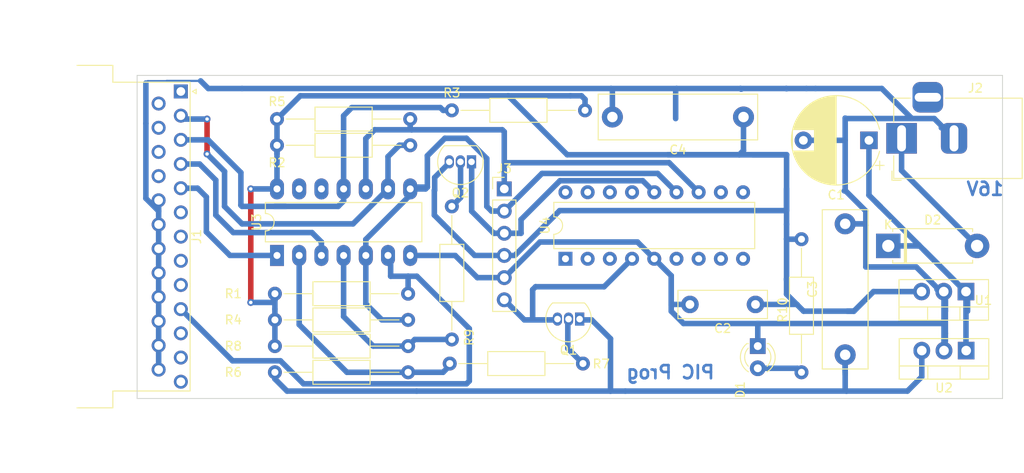
<source format=kicad_pcb>
(kicad_pcb (version 20171130) (host pcbnew 5.1.10-88a1d61d58~90~ubuntu20.04.1)

  (general
    (thickness 1.6)
    (drawings 6)
    (tracks 278)
    (zones 0)
    (modules 25)
    (nets 20)
  )

  (page A4)
  (layers
    (0 F.Cu signal)
    (31 B.Cu signal)
    (32 B.Adhes user)
    (33 F.Adhes user)
    (34 B.Paste user)
    (35 F.Paste user)
    (36 B.SilkS user)
    (37 F.SilkS user)
    (38 B.Mask user)
    (39 F.Mask user)
    (40 Dwgs.User user)
    (41 Cmts.User user)
    (42 Eco1.User user)
    (43 Eco2.User user)
    (44 Edge.Cuts user)
    (45 Margin user)
    (46 B.CrtYd user)
    (47 F.CrtYd user)
    (48 B.Fab user)
    (49 F.Fab user)
  )

  (setup
    (last_trace_width 0.25)
    (user_trace_width 0.635)
    (trace_clearance 0.2)
    (zone_clearance 0.508)
    (zone_45_only no)
    (trace_min 0.2)
    (via_size 0.8)
    (via_drill 0.4)
    (via_min_size 0.4)
    (via_min_drill 0.3)
    (user_via 14 10)
    (uvia_size 0.3)
    (uvia_drill 0.1)
    (uvias_allowed no)
    (uvia_min_size 0.2)
    (uvia_min_drill 0.1)
    (edge_width 0.05)
    (segment_width 0.2)
    (pcb_text_width 0.3)
    (pcb_text_size 1.5 1.5)
    (mod_edge_width 0.12)
    (mod_text_size 1 1)
    (mod_text_width 0.15)
    (pad_size 1.524 1.524)
    (pad_drill 0.762)
    (pad_to_mask_clearance 0)
    (aux_axis_origin 0 0)
    (grid_origin 60 140)
    (visible_elements FFFFEF7F)
    (pcbplotparams
      (layerselection 0x010fc_ffffffff)
      (usegerberextensions false)
      (usegerberattributes true)
      (usegerberadvancedattributes true)
      (creategerberjobfile true)
      (excludeedgelayer true)
      (linewidth 0.100000)
      (plotframeref false)
      (viasonmask false)
      (mode 1)
      (useauxorigin false)
      (hpglpennumber 1)
      (hpglpenspeed 20)
      (hpglpendiameter 15.000000)
      (psnegative false)
      (psa4output false)
      (plotreference true)
      (plotvalue true)
      (plotinvisibletext false)
      (padsonsilk false)
      (subtractmaskfromsilk false)
      (outputformat 1)
      (mirror false)
      (drillshape 1)
      (scaleselection 1)
      (outputdirectory ""))
  )

  (net 0 "")
  (net 1 GND)
  (net 2 +5V)
  (net 3 "Net-(D1-Pad2)")
  (net 4 "Net-(D2-Pad2)")
  (net 5 LP10)
  (net 6 LP5)
  (net 7 LP4)
  (net 8 LP3)
  (net 9 LP2)
  (net 10 MCLR)
  (net 11 "Net-(Q1-Pad2)")
  (net 12 VDD)
  (net 13 "Net-(Q2-Pad2)")
  (net 14 RB7)
  (net 15 RB6)
  (net 16 "Net-(R6-Pad2)")
  (net 17 "Net-(R8-Pad2)")
  (net 18 VDC)
  (net 19 +12V)

  (net_class Default "This is the default net class."
    (clearance 0.2)
    (trace_width 0.25)
    (via_dia 0.8)
    (via_drill 0.4)
    (uvia_dia 0.3)
    (uvia_drill 0.1)
    (add_net +12V)
    (add_net +5V)
    (add_net GND)
    (add_net LP10)
    (add_net LP2)
    (add_net LP3)
    (add_net LP4)
    (add_net LP5)
    (add_net MCLR)
    (add_net "Net-(D1-Pad2)")
    (add_net "Net-(D2-Pad2)")
    (add_net "Net-(Q1-Pad2)")
    (add_net "Net-(Q2-Pad2)")
    (add_net "Net-(R6-Pad2)")
    (add_net "Net-(R8-Pad2)")
    (add_net RB6)
    (add_net RB7)
    (add_net VDC)
    (add_net VDD)
  )

  (module Package_TO_SOT_THT:TO-92_Inline (layer F.Cu) (tedit 5A1DD157) (tstamp 610304BF)
    (at 98.2524 112.8982 180)
    (descr "TO-92 leads in-line, narrow, oval pads, drill 0.75mm (see NXP sot054_po.pdf)")
    (tags "to-92 sc-43 sc-43a sot54 PA33 transistor")
    (path /610A485F)
    (fp_text reference Q2 (at 1.27 -3.56) (layer F.SilkS)
      (effects (font (size 1 1) (thickness 0.15)))
    )
    (fp_text value 2N3906 (at 1.27 2.79) (layer F.Fab)
      (effects (font (size 1 1) (thickness 0.15)))
    )
    (fp_line (start 4 2.01) (end -1.46 2.01) (layer F.CrtYd) (width 0.05))
    (fp_line (start 4 2.01) (end 4 -2.73) (layer F.CrtYd) (width 0.05))
    (fp_line (start -1.46 -2.73) (end -1.46 2.01) (layer F.CrtYd) (width 0.05))
    (fp_line (start -1.46 -2.73) (end 4 -2.73) (layer F.CrtYd) (width 0.05))
    (fp_line (start -0.5 1.75) (end 3 1.75) (layer F.Fab) (width 0.1))
    (fp_line (start -0.53 1.85) (end 3.07 1.85) (layer F.SilkS) (width 0.12))
    (fp_arc (start 1.27 0) (end 1.27 -2.6) (angle 135) (layer F.SilkS) (width 0.12))
    (fp_arc (start 1.27 0) (end 1.27 -2.48) (angle -135) (layer F.Fab) (width 0.1))
    (fp_arc (start 1.27 0) (end 1.27 -2.6) (angle -135) (layer F.SilkS) (width 0.12))
    (fp_arc (start 1.27 0) (end 1.27 -2.48) (angle 135) (layer F.Fab) (width 0.1))
    (fp_text user %R (at 1.27 0) (layer F.Fab)
      (effects (font (size 1 1) (thickness 0.15)))
    )
    (pad 1 thru_hole rect (at 0 0 180) (size 1.05 1.5) (drill 0.75) (layers *.Cu *.Mask)
      (net 12 VDD))
    (pad 3 thru_hole oval (at 2.54 0 180) (size 1.05 1.5) (drill 0.75) (layers *.Cu *.Mask)
      (net 2 +5V))
    (pad 2 thru_hole oval (at 1.27 0 180) (size 1.05 1.5) (drill 0.75) (layers *.Cu *.Mask)
      (net 13 "Net-(Q2-Pad2)"))
    (model ${KISYS3DMOD}/Package_TO_SOT_THT.3dshapes/TO-92_Inline.wrl
      (at (xyz 0 0 0))
      (scale (xyz 1 1 1))
      (rotate (xyz 0 0 0))
    )
  )

  (module Package_TO_SOT_THT:TO-92_Inline (layer F.Cu) (tedit 5A1DD157) (tstamp 610304AD)
    (at 110.6222 130.9068 180)
    (descr "TO-92 leads in-line, narrow, oval pads, drill 0.75mm (see NXP sot054_po.pdf)")
    (tags "to-92 sc-43 sc-43a sot54 PA33 transistor")
    (path /610A3F0D)
    (fp_text reference Q1 (at 1.27 -3.56) (layer F.SilkS)
      (effects (font (size 1 1) (thickness 0.15)))
    )
    (fp_text value 2N3906 (at 1.27 2.79) (layer F.Fab)
      (effects (font (size 1 1) (thickness 0.15)))
    )
    (fp_line (start 4 2.01) (end -1.46 2.01) (layer F.CrtYd) (width 0.05))
    (fp_line (start 4 2.01) (end 4 -2.73) (layer F.CrtYd) (width 0.05))
    (fp_line (start -1.46 -2.73) (end -1.46 2.01) (layer F.CrtYd) (width 0.05))
    (fp_line (start -1.46 -2.73) (end 4 -2.73) (layer F.CrtYd) (width 0.05))
    (fp_line (start -0.5 1.75) (end 3 1.75) (layer F.Fab) (width 0.1))
    (fp_line (start -0.53 1.85) (end 3.07 1.85) (layer F.SilkS) (width 0.12))
    (fp_arc (start 1.27 0) (end 1.27 -2.6) (angle 135) (layer F.SilkS) (width 0.12))
    (fp_arc (start 1.27 0) (end 1.27 -2.48) (angle -135) (layer F.Fab) (width 0.1))
    (fp_arc (start 1.27 0) (end 1.27 -2.6) (angle -135) (layer F.SilkS) (width 0.12))
    (fp_arc (start 1.27 0) (end 1.27 -2.48) (angle 135) (layer F.Fab) (width 0.1))
    (fp_text user %R (at 1.27 0) (layer F.Fab)
      (effects (font (size 1 1) (thickness 0.15)))
    )
    (pad 1 thru_hole rect (at 0 0 180) (size 1.05 1.5) (drill 0.75) (layers *.Cu *.Mask)
      (net 10 MCLR))
    (pad 3 thru_hole oval (at 2.54 0 180) (size 1.05 1.5) (drill 0.75) (layers *.Cu *.Mask)
      (net 19 +12V))
    (pad 2 thru_hole oval (at 1.27 0 180) (size 1.05 1.5) (drill 0.75) (layers *.Cu *.Mask)
      (net 11 "Net-(Q1-Pad2)"))
    (model ${KISYS3DMOD}/Package_TO_SOT_THT.3dshapes/TO-92_Inline.wrl
      (at (xyz 0 0 0))
      (scale (xyz 1 1 1))
      (rotate (xyz 0 0 0))
    )
  )

  (module Capacitor_THT:C_Rect_L10.0mm_W3.0mm_P7.50mm_FKS3_FKP3 (layer F.Cu) (tedit 5AE50EF0) (tstamp 6100BDCE)
    (at 130.739 129.2304 180)
    (descr "C, Rect series, Radial, pin pitch=7.50mm, , length*width=10*3mm^2, Capacitor, http://www.wima.com/EN/WIMA_FKS_3.pdf")
    (tags "C Rect series Radial pin pitch 7.50mm  length 10mm width 3mm Capacitor")
    (path /6104FE32)
    (fp_text reference C2 (at 3.75 -2.75) (layer F.SilkS)
      (effects (font (size 1 1) (thickness 0.15)))
    )
    (fp_text value 0.1 (at 3.75 2.75) (layer F.Fab)
      (effects (font (size 1 1) (thickness 0.15)))
    )
    (fp_line (start 9 -1.75) (end -1.5 -1.75) (layer F.CrtYd) (width 0.05))
    (fp_line (start 9 1.75) (end 9 -1.75) (layer F.CrtYd) (width 0.05))
    (fp_line (start -1.5 1.75) (end 9 1.75) (layer F.CrtYd) (width 0.05))
    (fp_line (start -1.5 -1.75) (end -1.5 1.75) (layer F.CrtYd) (width 0.05))
    (fp_line (start 8.87 -1.62) (end 8.87 1.62) (layer F.SilkS) (width 0.12))
    (fp_line (start -1.37 -1.62) (end -1.37 1.62) (layer F.SilkS) (width 0.12))
    (fp_line (start -1.37 1.62) (end 8.87 1.62) (layer F.SilkS) (width 0.12))
    (fp_line (start -1.37 -1.62) (end 8.87 -1.62) (layer F.SilkS) (width 0.12))
    (fp_line (start 8.75 -1.5) (end -1.25 -1.5) (layer F.Fab) (width 0.1))
    (fp_line (start 8.75 1.5) (end 8.75 -1.5) (layer F.Fab) (width 0.1))
    (fp_line (start -1.25 1.5) (end 8.75 1.5) (layer F.Fab) (width 0.1))
    (fp_line (start -1.25 -1.5) (end -1.25 1.5) (layer F.Fab) (width 0.1))
    (fp_text user %R (at 3.75 0) (layer F.Fab)
      (effects (font (size 1 1) (thickness 0.15)))
    )
    (pad 2 thru_hole circle (at 7.5 0 180) (size 2 2) (drill 1) (layers *.Cu *.Mask)
      (net 1 GND))
    (pad 1 thru_hole circle (at 0 0 180) (size 2 2) (drill 1) (layers *.Cu *.Mask)
      (net 2 +5V))
    (model ${KISYS3DMOD}/Capacitor_THT.3dshapes/C_Rect_L10.0mm_W3.0mm_P7.50mm_FKS3_FKP3.wrl
      (at (xyz 0 0 0))
      (scale (xyz 1 1 1))
      (rotate (xyz 0 0 0))
    )
  )

  (module Capacitor_THT:C_Rect_L18.0mm_W5.0mm_P15.00mm_FKS3_FKP3 (layer F.Cu) (tedit 5AE50EF0) (tstamp 61027BF2)
    (at 141 135 90)
    (descr "C, Rect series, Radial, pin pitch=15.00mm, , length*width=18*5mm^2, Capacitor, http://www.wima.com/EN/WIMA_FKS_3.pdf")
    (tags "C Rect series Radial pin pitch 15.00mm  length 18mm width 5mm Capacitor")
    (path /6105061F)
    (fp_text reference C3 (at 7.5 -3.75 90) (layer F.SilkS)
      (effects (font (size 1 1) (thickness 0.15)))
    )
    (fp_text value 0.1u (at 7.5 3.75 90) (layer F.Fab)
      (effects (font (size 1 1) (thickness 0.15)))
    )
    (fp_line (start 16.75 -2.75) (end -1.75 -2.75) (layer F.CrtYd) (width 0.05))
    (fp_line (start 16.75 2.75) (end 16.75 -2.75) (layer F.CrtYd) (width 0.05))
    (fp_line (start -1.75 2.75) (end 16.75 2.75) (layer F.CrtYd) (width 0.05))
    (fp_line (start -1.75 -2.75) (end -1.75 2.75) (layer F.CrtYd) (width 0.05))
    (fp_line (start 16.62 -2.62) (end 16.62 2.62) (layer F.SilkS) (width 0.12))
    (fp_line (start -1.62 -2.62) (end -1.62 2.62) (layer F.SilkS) (width 0.12))
    (fp_line (start -1.62 2.62) (end 16.62 2.62) (layer F.SilkS) (width 0.12))
    (fp_line (start -1.62 -2.62) (end 16.62 -2.62) (layer F.SilkS) (width 0.12))
    (fp_line (start 16.5 -2.5) (end -1.5 -2.5) (layer F.Fab) (width 0.1))
    (fp_line (start 16.5 2.5) (end 16.5 -2.5) (layer F.Fab) (width 0.1))
    (fp_line (start -1.5 2.5) (end 16.5 2.5) (layer F.Fab) (width 0.1))
    (fp_line (start -1.5 -2.5) (end -1.5 2.5) (layer F.Fab) (width 0.1))
    (fp_text user %R (at 7.5 0 90) (layer F.Fab)
      (effects (font (size 1 1) (thickness 0.15)))
    )
    (pad 2 thru_hole circle (at 15 0 90) (size 2.4 2.4) (drill 1.2) (layers *.Cu *.Mask)
      (net 1 GND))
    (pad 1 thru_hole circle (at 0 0 90) (size 2.4 2.4) (drill 1.2) (layers *.Cu *.Mask)
      (net 19 +12V))
    (model ${KISYS3DMOD}/Capacitor_THT.3dshapes/C_Rect_L18.0mm_W5.0mm_P15.00mm_FKS3_FKP3.wrl
      (at (xyz 0 0 0))
      (scale (xyz 1 1 1))
      (rotate (xyz 0 0 0))
    )
  )

  (module Capacitor_THT:C_Rect_L18.0mm_W5.0mm_P15.00mm_FKS3_FKP3 (layer F.Cu) (tedit 5AE50EF0) (tstamp 61027AA5)
    (at 129.3674 107.7674 180)
    (descr "C, Rect series, Radial, pin pitch=15.00mm, , length*width=18*5mm^2, Capacitor, http://www.wima.com/EN/WIMA_FKS_3.pdf")
    (tags "C Rect series Radial pin pitch 15.00mm  length 18mm width 5mm Capacitor")
    (path /610554DF)
    (fp_text reference C4 (at 7.5 -3.75) (layer F.SilkS)
      (effects (font (size 1 1) (thickness 0.15)))
    )
    (fp_text value 0.1u (at 7.5 3.75) (layer F.Fab)
      (effects (font (size 1 1) (thickness 0.15)))
    )
    (fp_line (start 16.75 -2.75) (end -1.75 -2.75) (layer F.CrtYd) (width 0.05))
    (fp_line (start 16.75 2.75) (end 16.75 -2.75) (layer F.CrtYd) (width 0.05))
    (fp_line (start -1.75 2.75) (end 16.75 2.75) (layer F.CrtYd) (width 0.05))
    (fp_line (start -1.75 -2.75) (end -1.75 2.75) (layer F.CrtYd) (width 0.05))
    (fp_line (start 16.62 -2.62) (end 16.62 2.62) (layer F.SilkS) (width 0.12))
    (fp_line (start -1.62 -2.62) (end -1.62 2.62) (layer F.SilkS) (width 0.12))
    (fp_line (start -1.62 2.62) (end 16.62 2.62) (layer F.SilkS) (width 0.12))
    (fp_line (start -1.62 -2.62) (end 16.62 -2.62) (layer F.SilkS) (width 0.12))
    (fp_line (start 16.5 -2.5) (end -1.5 -2.5) (layer F.Fab) (width 0.1))
    (fp_line (start 16.5 2.5) (end 16.5 -2.5) (layer F.Fab) (width 0.1))
    (fp_line (start -1.5 2.5) (end 16.5 2.5) (layer F.Fab) (width 0.1))
    (fp_line (start -1.5 -2.5) (end -1.5 2.5) (layer F.Fab) (width 0.1))
    (fp_text user %R (at 7.5 0) (layer F.Fab)
      (effects (font (size 1 1) (thickness 0.15)))
    )
    (pad 2 thru_hole circle (at 15 0 180) (size 2.4 2.4) (drill 1.2) (layers *.Cu *.Mask)
      (net 1 GND))
    (pad 1 thru_hole circle (at 0 0 180) (size 2.4 2.4) (drill 1.2) (layers *.Cu *.Mask)
      (net 2 +5V))
    (model ${KISYS3DMOD}/Capacitor_THT.3dshapes/C_Rect_L18.0mm_W5.0mm_P15.00mm_FKS3_FKP3.wrl
      (at (xyz 0 0 0))
      (scale (xyz 1 1 1))
      (rotate (xyz 0 0 0))
    )
  )

  (module Capacitor_THT:CP_Radial_D10.0mm_P7.50mm (layer F.Cu) (tedit 5AE50EF1) (tstamp 61027A45)
    (at 143.7184 110.4344 180)
    (descr "CP, Radial series, Radial, pin pitch=7.50mm, , diameter=10mm, Electrolytic Capacitor")
    (tags "CP Radial series Radial pin pitch 7.50mm  diameter 10mm Electrolytic Capacitor")
    (path /61007CA9)
    (fp_text reference C1 (at 3.75 -6.25) (layer F.SilkS)
      (effects (font (size 1 1) (thickness 0.15)))
    )
    (fp_text value 100uF (at 3.75 6.25) (layer F.Fab)
      (effects (font (size 1 1) (thickness 0.15)))
    )
    (fp_line (start -1.229646 -3.375) (end -1.229646 -2.375) (layer F.SilkS) (width 0.12))
    (fp_line (start -1.729646 -2.875) (end -0.729646 -2.875) (layer F.SilkS) (width 0.12))
    (fp_line (start 8.831 -0.599) (end 8.831 0.599) (layer F.SilkS) (width 0.12))
    (fp_line (start 8.791 -0.862) (end 8.791 0.862) (layer F.SilkS) (width 0.12))
    (fp_line (start 8.751 -1.062) (end 8.751 1.062) (layer F.SilkS) (width 0.12))
    (fp_line (start 8.671 1.241) (end 8.671 1.378) (layer F.SilkS) (width 0.12))
    (fp_line (start 8.671 -1.378) (end 8.671 -1.241) (layer F.SilkS) (width 0.12))
    (fp_line (start 8.631 1.241) (end 8.631 1.51) (layer F.SilkS) (width 0.12))
    (fp_line (start 8.631 -1.51) (end 8.631 -1.241) (layer F.SilkS) (width 0.12))
    (fp_line (start 8.591 1.241) (end 8.591 1.63) (layer F.SilkS) (width 0.12))
    (fp_line (start 8.591 -1.63) (end 8.591 -1.241) (layer F.SilkS) (width 0.12))
    (fp_line (start 8.551 1.241) (end 8.551 1.742) (layer F.SilkS) (width 0.12))
    (fp_line (start 8.551 -1.742) (end 8.551 -1.241) (layer F.SilkS) (width 0.12))
    (fp_line (start 8.511 1.241) (end 8.511 1.846) (layer F.SilkS) (width 0.12))
    (fp_line (start 8.511 -1.846) (end 8.511 -1.241) (layer F.SilkS) (width 0.12))
    (fp_line (start 8.471 1.241) (end 8.471 1.944) (layer F.SilkS) (width 0.12))
    (fp_line (start 8.471 -1.944) (end 8.471 -1.241) (layer F.SilkS) (width 0.12))
    (fp_line (start 8.431 1.241) (end 8.431 2.037) (layer F.SilkS) (width 0.12))
    (fp_line (start 8.431 -2.037) (end 8.431 -1.241) (layer F.SilkS) (width 0.12))
    (fp_line (start 8.391 1.241) (end 8.391 2.125) (layer F.SilkS) (width 0.12))
    (fp_line (start 8.391 -2.125) (end 8.391 -1.241) (layer F.SilkS) (width 0.12))
    (fp_line (start 8.351 1.241) (end 8.351 2.209) (layer F.SilkS) (width 0.12))
    (fp_line (start 8.351 -2.209) (end 8.351 -1.241) (layer F.SilkS) (width 0.12))
    (fp_line (start 8.311 1.241) (end 8.311 2.289) (layer F.SilkS) (width 0.12))
    (fp_line (start 8.311 -2.289) (end 8.311 -1.241) (layer F.SilkS) (width 0.12))
    (fp_line (start 8.271 1.241) (end 8.271 2.365) (layer F.SilkS) (width 0.12))
    (fp_line (start 8.271 -2.365) (end 8.271 -1.241) (layer F.SilkS) (width 0.12))
    (fp_line (start 8.231 1.241) (end 8.231 2.439) (layer F.SilkS) (width 0.12))
    (fp_line (start 8.231 -2.439) (end 8.231 -1.241) (layer F.SilkS) (width 0.12))
    (fp_line (start 8.191 1.241) (end 8.191 2.51) (layer F.SilkS) (width 0.12))
    (fp_line (start 8.191 -2.51) (end 8.191 -1.241) (layer F.SilkS) (width 0.12))
    (fp_line (start 8.151 1.241) (end 8.151 2.579) (layer F.SilkS) (width 0.12))
    (fp_line (start 8.151 -2.579) (end 8.151 -1.241) (layer F.SilkS) (width 0.12))
    (fp_line (start 8.111 1.241) (end 8.111 2.645) (layer F.SilkS) (width 0.12))
    (fp_line (start 8.111 -2.645) (end 8.111 -1.241) (layer F.SilkS) (width 0.12))
    (fp_line (start 8.071 1.241) (end 8.071 2.709) (layer F.SilkS) (width 0.12))
    (fp_line (start 8.071 -2.709) (end 8.071 -1.241) (layer F.SilkS) (width 0.12))
    (fp_line (start 8.031 1.241) (end 8.031 2.77) (layer F.SilkS) (width 0.12))
    (fp_line (start 8.031 -2.77) (end 8.031 -1.241) (layer F.SilkS) (width 0.12))
    (fp_line (start 7.991 1.241) (end 7.991 2.83) (layer F.SilkS) (width 0.12))
    (fp_line (start 7.991 -2.83) (end 7.991 -1.241) (layer F.SilkS) (width 0.12))
    (fp_line (start 7.951 1.241) (end 7.951 2.889) (layer F.SilkS) (width 0.12))
    (fp_line (start 7.951 -2.889) (end 7.951 -1.241) (layer F.SilkS) (width 0.12))
    (fp_line (start 7.911 1.241) (end 7.911 2.945) (layer F.SilkS) (width 0.12))
    (fp_line (start 7.911 -2.945) (end 7.911 -1.241) (layer F.SilkS) (width 0.12))
    (fp_line (start 7.871 1.241) (end 7.871 3) (layer F.SilkS) (width 0.12))
    (fp_line (start 7.871 -3) (end 7.871 -1.241) (layer F.SilkS) (width 0.12))
    (fp_line (start 7.831 1.241) (end 7.831 3.054) (layer F.SilkS) (width 0.12))
    (fp_line (start 7.831 -3.054) (end 7.831 -1.241) (layer F.SilkS) (width 0.12))
    (fp_line (start 7.791 1.241) (end 7.791 3.106) (layer F.SilkS) (width 0.12))
    (fp_line (start 7.791 -3.106) (end 7.791 -1.241) (layer F.SilkS) (width 0.12))
    (fp_line (start 7.751 1.241) (end 7.751 3.156) (layer F.SilkS) (width 0.12))
    (fp_line (start 7.751 -3.156) (end 7.751 -1.241) (layer F.SilkS) (width 0.12))
    (fp_line (start 7.711 1.241) (end 7.711 3.206) (layer F.SilkS) (width 0.12))
    (fp_line (start 7.711 -3.206) (end 7.711 -1.241) (layer F.SilkS) (width 0.12))
    (fp_line (start 7.671 1.241) (end 7.671 3.254) (layer F.SilkS) (width 0.12))
    (fp_line (start 7.671 -3.254) (end 7.671 -1.241) (layer F.SilkS) (width 0.12))
    (fp_line (start 7.631 1.241) (end 7.631 3.301) (layer F.SilkS) (width 0.12))
    (fp_line (start 7.631 -3.301) (end 7.631 -1.241) (layer F.SilkS) (width 0.12))
    (fp_line (start 7.591 1.241) (end 7.591 3.347) (layer F.SilkS) (width 0.12))
    (fp_line (start 7.591 -3.347) (end 7.591 -1.241) (layer F.SilkS) (width 0.12))
    (fp_line (start 7.551 1.241) (end 7.551 3.392) (layer F.SilkS) (width 0.12))
    (fp_line (start 7.551 -3.392) (end 7.551 -1.241) (layer F.SilkS) (width 0.12))
    (fp_line (start 7.511 1.241) (end 7.511 3.436) (layer F.SilkS) (width 0.12))
    (fp_line (start 7.511 -3.436) (end 7.511 -1.241) (layer F.SilkS) (width 0.12))
    (fp_line (start 7.471 1.241) (end 7.471 3.478) (layer F.SilkS) (width 0.12))
    (fp_line (start 7.471 -3.478) (end 7.471 -1.241) (layer F.SilkS) (width 0.12))
    (fp_line (start 7.431 1.241) (end 7.431 3.52) (layer F.SilkS) (width 0.12))
    (fp_line (start 7.431 -3.52) (end 7.431 -1.241) (layer F.SilkS) (width 0.12))
    (fp_line (start 7.391 1.241) (end 7.391 3.561) (layer F.SilkS) (width 0.12))
    (fp_line (start 7.391 -3.561) (end 7.391 -1.241) (layer F.SilkS) (width 0.12))
    (fp_line (start 7.351 1.241) (end 7.351 3.601) (layer F.SilkS) (width 0.12))
    (fp_line (start 7.351 -3.601) (end 7.351 -1.241) (layer F.SilkS) (width 0.12))
    (fp_line (start 7.311 1.241) (end 7.311 3.64) (layer F.SilkS) (width 0.12))
    (fp_line (start 7.311 -3.64) (end 7.311 -1.241) (layer F.SilkS) (width 0.12))
    (fp_line (start 7.271 1.241) (end 7.271 3.679) (layer F.SilkS) (width 0.12))
    (fp_line (start 7.271 -3.679) (end 7.271 -1.241) (layer F.SilkS) (width 0.12))
    (fp_line (start 7.231 1.241) (end 7.231 3.716) (layer F.SilkS) (width 0.12))
    (fp_line (start 7.231 -3.716) (end 7.231 -1.241) (layer F.SilkS) (width 0.12))
    (fp_line (start 7.191 1.241) (end 7.191 3.753) (layer F.SilkS) (width 0.12))
    (fp_line (start 7.191 -3.753) (end 7.191 -1.241) (layer F.SilkS) (width 0.12))
    (fp_line (start 7.151 1.241) (end 7.151 3.789) (layer F.SilkS) (width 0.12))
    (fp_line (start 7.151 -3.789) (end 7.151 -1.241) (layer F.SilkS) (width 0.12))
    (fp_line (start 7.111 1.241) (end 7.111 3.824) (layer F.SilkS) (width 0.12))
    (fp_line (start 7.111 -3.824) (end 7.111 -1.241) (layer F.SilkS) (width 0.12))
    (fp_line (start 7.071 1.241) (end 7.071 3.858) (layer F.SilkS) (width 0.12))
    (fp_line (start 7.071 -3.858) (end 7.071 -1.241) (layer F.SilkS) (width 0.12))
    (fp_line (start 7.031 1.241) (end 7.031 3.892) (layer F.SilkS) (width 0.12))
    (fp_line (start 7.031 -3.892) (end 7.031 -1.241) (layer F.SilkS) (width 0.12))
    (fp_line (start 6.991 1.241) (end 6.991 3.925) (layer F.SilkS) (width 0.12))
    (fp_line (start 6.991 -3.925) (end 6.991 -1.241) (layer F.SilkS) (width 0.12))
    (fp_line (start 6.951 1.241) (end 6.951 3.957) (layer F.SilkS) (width 0.12))
    (fp_line (start 6.951 -3.957) (end 6.951 -1.241) (layer F.SilkS) (width 0.12))
    (fp_line (start 6.911 1.241) (end 6.911 3.989) (layer F.SilkS) (width 0.12))
    (fp_line (start 6.911 -3.989) (end 6.911 -1.241) (layer F.SilkS) (width 0.12))
    (fp_line (start 6.871 1.241) (end 6.871 4.02) (layer F.SilkS) (width 0.12))
    (fp_line (start 6.871 -4.02) (end 6.871 -1.241) (layer F.SilkS) (width 0.12))
    (fp_line (start 6.831 1.241) (end 6.831 4.05) (layer F.SilkS) (width 0.12))
    (fp_line (start 6.831 -4.05) (end 6.831 -1.241) (layer F.SilkS) (width 0.12))
    (fp_line (start 6.791 1.241) (end 6.791 4.08) (layer F.SilkS) (width 0.12))
    (fp_line (start 6.791 -4.08) (end 6.791 -1.241) (layer F.SilkS) (width 0.12))
    (fp_line (start 6.751 1.241) (end 6.751 4.11) (layer F.SilkS) (width 0.12))
    (fp_line (start 6.751 -4.11) (end 6.751 -1.241) (layer F.SilkS) (width 0.12))
    (fp_line (start 6.711 1.241) (end 6.711 4.138) (layer F.SilkS) (width 0.12))
    (fp_line (start 6.711 -4.138) (end 6.711 -1.241) (layer F.SilkS) (width 0.12))
    (fp_line (start 6.671 1.241) (end 6.671 4.166) (layer F.SilkS) (width 0.12))
    (fp_line (start 6.671 -4.166) (end 6.671 -1.241) (layer F.SilkS) (width 0.12))
    (fp_line (start 6.631 1.241) (end 6.631 4.194) (layer F.SilkS) (width 0.12))
    (fp_line (start 6.631 -4.194) (end 6.631 -1.241) (layer F.SilkS) (width 0.12))
    (fp_line (start 6.591 1.241) (end 6.591 4.221) (layer F.SilkS) (width 0.12))
    (fp_line (start 6.591 -4.221) (end 6.591 -1.241) (layer F.SilkS) (width 0.12))
    (fp_line (start 6.551 1.241) (end 6.551 4.247) (layer F.SilkS) (width 0.12))
    (fp_line (start 6.551 -4.247) (end 6.551 -1.241) (layer F.SilkS) (width 0.12))
    (fp_line (start 6.511 1.241) (end 6.511 4.273) (layer F.SilkS) (width 0.12))
    (fp_line (start 6.511 -4.273) (end 6.511 -1.241) (layer F.SilkS) (width 0.12))
    (fp_line (start 6.471 1.241) (end 6.471 4.298) (layer F.SilkS) (width 0.12))
    (fp_line (start 6.471 -4.298) (end 6.471 -1.241) (layer F.SilkS) (width 0.12))
    (fp_line (start 6.431 1.241) (end 6.431 4.323) (layer F.SilkS) (width 0.12))
    (fp_line (start 6.431 -4.323) (end 6.431 -1.241) (layer F.SilkS) (width 0.12))
    (fp_line (start 6.391 1.241) (end 6.391 4.347) (layer F.SilkS) (width 0.12))
    (fp_line (start 6.391 -4.347) (end 6.391 -1.241) (layer F.SilkS) (width 0.12))
    (fp_line (start 6.351 1.241) (end 6.351 4.371) (layer F.SilkS) (width 0.12))
    (fp_line (start 6.351 -4.371) (end 6.351 -1.241) (layer F.SilkS) (width 0.12))
    (fp_line (start 6.311 1.241) (end 6.311 4.395) (layer F.SilkS) (width 0.12))
    (fp_line (start 6.311 -4.395) (end 6.311 -1.241) (layer F.SilkS) (width 0.12))
    (fp_line (start 6.271 1.241) (end 6.271 4.417) (layer F.SilkS) (width 0.12))
    (fp_line (start 6.271 -4.417) (end 6.271 -1.241) (layer F.SilkS) (width 0.12))
    (fp_line (start 6.231 -4.44) (end 6.231 4.44) (layer F.SilkS) (width 0.12))
    (fp_line (start 6.191 -4.462) (end 6.191 4.462) (layer F.SilkS) (width 0.12))
    (fp_line (start 6.151 -4.483) (end 6.151 4.483) (layer F.SilkS) (width 0.12))
    (fp_line (start 6.111 -4.504) (end 6.111 4.504) (layer F.SilkS) (width 0.12))
    (fp_line (start 6.071 -4.525) (end 6.071 4.525) (layer F.SilkS) (width 0.12))
    (fp_line (start 6.031 -4.545) (end 6.031 4.545) (layer F.SilkS) (width 0.12))
    (fp_line (start 5.991 -4.564) (end 5.991 4.564) (layer F.SilkS) (width 0.12))
    (fp_line (start 5.951 -4.584) (end 5.951 4.584) (layer F.SilkS) (width 0.12))
    (fp_line (start 5.911 -4.603) (end 5.911 4.603) (layer F.SilkS) (width 0.12))
    (fp_line (start 5.871 -4.621) (end 5.871 4.621) (layer F.SilkS) (width 0.12))
    (fp_line (start 5.831 -4.639) (end 5.831 4.639) (layer F.SilkS) (width 0.12))
    (fp_line (start 5.791 -4.657) (end 5.791 4.657) (layer F.SilkS) (width 0.12))
    (fp_line (start 5.751 -4.674) (end 5.751 4.674) (layer F.SilkS) (width 0.12))
    (fp_line (start 5.711 -4.69) (end 5.711 4.69) (layer F.SilkS) (width 0.12))
    (fp_line (start 5.671 -4.707) (end 5.671 4.707) (layer F.SilkS) (width 0.12))
    (fp_line (start 5.631 -4.723) (end 5.631 4.723) (layer F.SilkS) (width 0.12))
    (fp_line (start 5.591 -4.738) (end 5.591 4.738) (layer F.SilkS) (width 0.12))
    (fp_line (start 5.551 -4.754) (end 5.551 4.754) (layer F.SilkS) (width 0.12))
    (fp_line (start 5.511 -4.768) (end 5.511 4.768) (layer F.SilkS) (width 0.12))
    (fp_line (start 5.471 -4.783) (end 5.471 4.783) (layer F.SilkS) (width 0.12))
    (fp_line (start 5.431 -4.797) (end 5.431 4.797) (layer F.SilkS) (width 0.12))
    (fp_line (start 5.391 -4.811) (end 5.391 4.811) (layer F.SilkS) (width 0.12))
    (fp_line (start 5.351 -4.824) (end 5.351 4.824) (layer F.SilkS) (width 0.12))
    (fp_line (start 5.311 -4.837) (end 5.311 4.837) (layer F.SilkS) (width 0.12))
    (fp_line (start 5.271 -4.85) (end 5.271 4.85) (layer F.SilkS) (width 0.12))
    (fp_line (start 5.231 -4.862) (end 5.231 4.862) (layer F.SilkS) (width 0.12))
    (fp_line (start 5.191 -4.874) (end 5.191 4.874) (layer F.SilkS) (width 0.12))
    (fp_line (start 5.151 -4.885) (end 5.151 4.885) (layer F.SilkS) (width 0.12))
    (fp_line (start 5.111 -4.897) (end 5.111 4.897) (layer F.SilkS) (width 0.12))
    (fp_line (start 5.071 -4.907) (end 5.071 4.907) (layer F.SilkS) (width 0.12))
    (fp_line (start 5.031 -4.918) (end 5.031 4.918) (layer F.SilkS) (width 0.12))
    (fp_line (start 4.991 -4.928) (end 4.991 4.928) (layer F.SilkS) (width 0.12))
    (fp_line (start 4.951 -4.938) (end 4.951 4.938) (layer F.SilkS) (width 0.12))
    (fp_line (start 4.911 -4.947) (end 4.911 4.947) (layer F.SilkS) (width 0.12))
    (fp_line (start 4.871 -4.956) (end 4.871 4.956) (layer F.SilkS) (width 0.12))
    (fp_line (start 4.831 -4.965) (end 4.831 4.965) (layer F.SilkS) (width 0.12))
    (fp_line (start 4.791 -4.974) (end 4.791 4.974) (layer F.SilkS) (width 0.12))
    (fp_line (start 4.751 -4.982) (end 4.751 4.982) (layer F.SilkS) (width 0.12))
    (fp_line (start 4.711 -4.99) (end 4.711 4.99) (layer F.SilkS) (width 0.12))
    (fp_line (start 4.671 -4.997) (end 4.671 4.997) (layer F.SilkS) (width 0.12))
    (fp_line (start 4.631 -5.004) (end 4.631 5.004) (layer F.SilkS) (width 0.12))
    (fp_line (start 4.591 -5.011) (end 4.591 5.011) (layer F.SilkS) (width 0.12))
    (fp_line (start 4.551 -5.018) (end 4.551 5.018) (layer F.SilkS) (width 0.12))
    (fp_line (start 4.511 -5.024) (end 4.511 5.024) (layer F.SilkS) (width 0.12))
    (fp_line (start 4.471 -5.03) (end 4.471 5.03) (layer F.SilkS) (width 0.12))
    (fp_line (start 4.43 -5.035) (end 4.43 5.035) (layer F.SilkS) (width 0.12))
    (fp_line (start 4.39 -5.04) (end 4.39 5.04) (layer F.SilkS) (width 0.12))
    (fp_line (start 4.35 -5.045) (end 4.35 5.045) (layer F.SilkS) (width 0.12))
    (fp_line (start 4.31 -5.05) (end 4.31 5.05) (layer F.SilkS) (width 0.12))
    (fp_line (start 4.27 -5.054) (end 4.27 5.054) (layer F.SilkS) (width 0.12))
    (fp_line (start 4.23 -5.058) (end 4.23 5.058) (layer F.SilkS) (width 0.12))
    (fp_line (start 4.19 -5.062) (end 4.19 5.062) (layer F.SilkS) (width 0.12))
    (fp_line (start 4.15 -5.065) (end 4.15 5.065) (layer F.SilkS) (width 0.12))
    (fp_line (start 4.11 -5.068) (end 4.11 5.068) (layer F.SilkS) (width 0.12))
    (fp_line (start 4.07 -5.07) (end 4.07 5.07) (layer F.SilkS) (width 0.12))
    (fp_line (start 4.03 -5.073) (end 4.03 5.073) (layer F.SilkS) (width 0.12))
    (fp_line (start 3.99 -5.075) (end 3.99 5.075) (layer F.SilkS) (width 0.12))
    (fp_line (start 3.95 -5.077) (end 3.95 5.077) (layer F.SilkS) (width 0.12))
    (fp_line (start 3.91 -5.078) (end 3.91 5.078) (layer F.SilkS) (width 0.12))
    (fp_line (start 3.87 -5.079) (end 3.87 5.079) (layer F.SilkS) (width 0.12))
    (fp_line (start 3.83 -5.08) (end 3.83 5.08) (layer F.SilkS) (width 0.12))
    (fp_line (start 3.79 -5.08) (end 3.79 5.08) (layer F.SilkS) (width 0.12))
    (fp_line (start 3.75 -5.08) (end 3.75 5.08) (layer F.SilkS) (width 0.12))
    (fp_line (start -0.038861 -2.6875) (end -0.038861 -1.6875) (layer F.Fab) (width 0.1))
    (fp_line (start -0.538861 -2.1875) (end 0.461139 -2.1875) (layer F.Fab) (width 0.1))
    (fp_circle (center 3.75 0) (end 9 0) (layer F.CrtYd) (width 0.05))
    (fp_circle (center 3.75 0) (end 8.75 0) (layer F.Fab) (width 0.1))
    (fp_text user %R (at 3.75 0) (layer F.Fab)
      (effects (font (size 1 1) (thickness 0.15)))
    )
    (fp_arc (start 3.75 0) (end -1.21254 -1.26) (angle 331.50704) (layer F.SilkS) (width 0.12))
    (pad 2 thru_hole circle (at 7.5 0 180) (size 2 2) (drill 1) (layers *.Cu *.Mask)
      (net 1 GND))
    (pad 1 thru_hole rect (at 0 0 180) (size 2 2) (drill 1) (layers *.Cu *.Mask)
      (net 18 VDC))
    (model ${KISYS3DMOD}/Capacitor_THT.3dshapes/CP_Radial_D10.0mm_P7.50mm.wrl
      (at (xyz 0 0 0))
      (scale (xyz 1 1 1))
      (rotate (xyz 0 0 0))
    )
  )

  (module Connector_BarrelJack:BarrelJack_Horizontal (layer F.Cu) (tedit 5A1DBF6A) (tstamp 6102791E)
    (at 147.4522 110.2058 180)
    (descr "DC Barrel Jack")
    (tags "Power Jack")
    (path /61005C19)
    (fp_text reference J2 (at -8.45 5.75) (layer F.SilkS)
      (effects (font (size 1 1) (thickness 0.15)))
    )
    (fp_text value Jack-DC (at -6.2 -5.5) (layer F.Fab)
      (effects (font (size 1 1) (thickness 0.15)))
    )
    (fp_line (start 0 -4.5) (end -13.7 -4.5) (layer F.Fab) (width 0.1))
    (fp_line (start 0.8 4.5) (end 0.8 -3.75) (layer F.Fab) (width 0.1))
    (fp_line (start -13.7 4.5) (end 0.8 4.5) (layer F.Fab) (width 0.1))
    (fp_line (start -13.7 -4.5) (end -13.7 4.5) (layer F.Fab) (width 0.1))
    (fp_line (start -10.2 -4.5) (end -10.2 4.5) (layer F.Fab) (width 0.1))
    (fp_line (start 0.9 -4.6) (end 0.9 -2) (layer F.SilkS) (width 0.12))
    (fp_line (start -13.8 -4.6) (end 0.9 -4.6) (layer F.SilkS) (width 0.12))
    (fp_line (start 0.9 4.6) (end -1 4.6) (layer F.SilkS) (width 0.12))
    (fp_line (start 0.9 1.9) (end 0.9 4.6) (layer F.SilkS) (width 0.12))
    (fp_line (start -13.8 4.6) (end -13.8 -4.6) (layer F.SilkS) (width 0.12))
    (fp_line (start -5 4.6) (end -13.8 4.6) (layer F.SilkS) (width 0.12))
    (fp_line (start -14 4.75) (end -14 -4.75) (layer F.CrtYd) (width 0.05))
    (fp_line (start -5 4.75) (end -14 4.75) (layer F.CrtYd) (width 0.05))
    (fp_line (start -5 6.75) (end -5 4.75) (layer F.CrtYd) (width 0.05))
    (fp_line (start -1 6.75) (end -5 6.75) (layer F.CrtYd) (width 0.05))
    (fp_line (start -1 4.75) (end -1 6.75) (layer F.CrtYd) (width 0.05))
    (fp_line (start 1 4.75) (end -1 4.75) (layer F.CrtYd) (width 0.05))
    (fp_line (start 1 2) (end 1 4.75) (layer F.CrtYd) (width 0.05))
    (fp_line (start 2 2) (end 1 2) (layer F.CrtYd) (width 0.05))
    (fp_line (start 2 -2) (end 2 2) (layer F.CrtYd) (width 0.05))
    (fp_line (start 1 -2) (end 2 -2) (layer F.CrtYd) (width 0.05))
    (fp_line (start 1 -4.5) (end 1 -2) (layer F.CrtYd) (width 0.05))
    (fp_line (start 1 -4.75) (end -14 -4.75) (layer F.CrtYd) (width 0.05))
    (fp_line (start 1 -4.5) (end 1 -4.75) (layer F.CrtYd) (width 0.05))
    (fp_line (start 0.05 -4.8) (end 1.1 -4.8) (layer F.SilkS) (width 0.12))
    (fp_line (start 1.1 -3.75) (end 1.1 -4.8) (layer F.SilkS) (width 0.12))
    (fp_line (start -0.003213 -4.505425) (end 0.8 -3.75) (layer F.Fab) (width 0.1))
    (fp_text user %R (at -3 -2.95) (layer F.Fab)
      (effects (font (size 1 1) (thickness 0.15)))
    )
    (pad 3 thru_hole roundrect (at -3 4.7 180) (size 3.5 3.5) (drill oval 3 1) (layers *.Cu *.Mask) (roundrect_rratio 0.25))
    (pad 2 thru_hole roundrect (at -6 0 180) (size 3 3.5) (drill oval 1 3) (layers *.Cu *.Mask) (roundrect_rratio 0.25)
      (net 1 GND))
    (pad 1 thru_hole rect (at 0 0 180) (size 3.5 3.5) (drill oval 1 3) (layers *.Cu *.Mask)
      (net 4 "Net-(D2-Pad2)"))
    (model ${KISYS3DMOD}/Connector_BarrelJack.3dshapes/BarrelJack_Horizontal.wrl
      (at (xyz 0 0 0))
      (scale (xyz 1 1 1))
      (rotate (xyz 0 0 0))
    )
  )

  (module Package_DIP:DIP-18_W7.62mm (layer F.Cu) (tedit 5A02E8C5) (tstamp 6102797B)
    (at 109 124 90)
    (descr "18-lead though-hole mounted DIP package, row spacing 7.62 mm (300 mils)")
    (tags "THT DIP DIL PDIP 2.54mm 7.62mm 300mil")
    (path /610D634C)
    (fp_text reference U4 (at 3.81 -2.33 90) (layer F.SilkS)
      (effects (font (size 1 1) (thickness 0.15)))
    )
    (fp_text value PIC16F84-XXP (at 3.81 22.65 90) (layer F.Fab)
      (effects (font (size 1 1) (thickness 0.15)))
    )
    (fp_line (start 8.7 -1.55) (end -1.1 -1.55) (layer F.CrtYd) (width 0.05))
    (fp_line (start 8.7 21.85) (end 8.7 -1.55) (layer F.CrtYd) (width 0.05))
    (fp_line (start -1.1 21.85) (end 8.7 21.85) (layer F.CrtYd) (width 0.05))
    (fp_line (start -1.1 -1.55) (end -1.1 21.85) (layer F.CrtYd) (width 0.05))
    (fp_line (start 6.46 -1.33) (end 4.81 -1.33) (layer F.SilkS) (width 0.12))
    (fp_line (start 6.46 21.65) (end 6.46 -1.33) (layer F.SilkS) (width 0.12))
    (fp_line (start 1.16 21.65) (end 6.46 21.65) (layer F.SilkS) (width 0.12))
    (fp_line (start 1.16 -1.33) (end 1.16 21.65) (layer F.SilkS) (width 0.12))
    (fp_line (start 2.81 -1.33) (end 1.16 -1.33) (layer F.SilkS) (width 0.12))
    (fp_line (start 0.635 -0.27) (end 1.635 -1.27) (layer F.Fab) (width 0.1))
    (fp_line (start 0.635 21.59) (end 0.635 -0.27) (layer F.Fab) (width 0.1))
    (fp_line (start 6.985 21.59) (end 0.635 21.59) (layer F.Fab) (width 0.1))
    (fp_line (start 6.985 -1.27) (end 6.985 21.59) (layer F.Fab) (width 0.1))
    (fp_line (start 1.635 -1.27) (end 6.985 -1.27) (layer F.Fab) (width 0.1))
    (fp_text user %R (at 0 -2.38 90) (layer F.Fab)
      (effects (font (size 1 1) (thickness 0.15)))
    )
    (fp_arc (start 3.81 -1.33) (end 2.81 -1.33) (angle -180) (layer F.SilkS) (width 0.12))
    (pad 18 thru_hole oval (at 7.62 0 90) (size 1.6 1.6) (drill 0.8) (layers *.Cu *.Mask))
    (pad 9 thru_hole oval (at 0 20.32 90) (size 1.6 1.6) (drill 0.8) (layers *.Cu *.Mask))
    (pad 17 thru_hole oval (at 7.62 2.54 90) (size 1.6 1.6) (drill 0.8) (layers *.Cu *.Mask))
    (pad 8 thru_hole oval (at 0 17.78 90) (size 1.6 1.6) (drill 0.8) (layers *.Cu *.Mask))
    (pad 16 thru_hole oval (at 7.62 5.08 90) (size 1.6 1.6) (drill 0.8) (layers *.Cu *.Mask))
    (pad 7 thru_hole oval (at 0 15.24 90) (size 1.6 1.6) (drill 0.8) (layers *.Cu *.Mask))
    (pad 15 thru_hole oval (at 7.62 7.62 90) (size 1.6 1.6) (drill 0.8) (layers *.Cu *.Mask))
    (pad 6 thru_hole oval (at 0 12.7 90) (size 1.6 1.6) (drill 0.8) (layers *.Cu *.Mask))
    (pad 14 thru_hole oval (at 7.62 10.16 90) (size 1.6 1.6) (drill 0.8) (layers *.Cu *.Mask)
      (net 12 VDD))
    (pad 5 thru_hole oval (at 0 10.16 90) (size 1.6 1.6) (drill 0.8) (layers *.Cu *.Mask)
      (net 1 GND))
    (pad 13 thru_hole oval (at 7.62 12.7 90) (size 1.6 1.6) (drill 0.8) (layers *.Cu *.Mask)
      (net 14 RB7))
    (pad 4 thru_hole oval (at 0 7.62 90) (size 1.6 1.6) (drill 0.8) (layers *.Cu *.Mask)
      (net 10 MCLR))
    (pad 12 thru_hole oval (at 7.62 15.24 90) (size 1.6 1.6) (drill 0.8) (layers *.Cu *.Mask)
      (net 15 RB6))
    (pad 3 thru_hole oval (at 0 5.08 90) (size 1.6 1.6) (drill 0.8) (layers *.Cu *.Mask))
    (pad 11 thru_hole oval (at 7.62 17.78 90) (size 1.6 1.6) (drill 0.8) (layers *.Cu *.Mask))
    (pad 2 thru_hole oval (at 0 2.54 90) (size 1.6 1.6) (drill 0.8) (layers *.Cu *.Mask))
    (pad 10 thru_hole oval (at 7.62 20.32 90) (size 1.6 1.6) (drill 0.8) (layers *.Cu *.Mask))
    (pad 1 thru_hole rect (at 0 0 90) (size 1.6 1.6) (drill 0.8) (layers *.Cu *.Mask))
    (model ${KISYS3DMOD}/Package_DIP.3dshapes/DIP-18_W7.62mm.wrl
      (at (xyz 0 0 0))
      (scale (xyz 1 1 1))
      (rotate (xyz 0 0 0))
    )
  )

  (module Package_TO_SOT_THT:TO-220-3_Vertical (layer F.Cu) (tedit 5AC8BA0D) (tstamp 610279ED)
    (at 154.8436 134.5136 180)
    (descr "TO-220-3, Vertical, RM 2.54mm, see https://www.vishay.com/docs/66542/to-220-1.pdf")
    (tags "TO-220-3 Vertical RM 2.54mm")
    (path /610795D7)
    (fp_text reference U2 (at 2.54 -4.27) (layer F.SilkS)
      (effects (font (size 1 1) (thickness 0.15)))
    )
    (fp_text value LM7812_TO220 (at 2.54 2.5) (layer F.Fab)
      (effects (font (size 1 1) (thickness 0.15)))
    )
    (fp_line (start -2.46 -3.15) (end -2.46 1.25) (layer F.Fab) (width 0.1))
    (fp_line (start -2.46 1.25) (end 7.54 1.25) (layer F.Fab) (width 0.1))
    (fp_line (start 7.54 1.25) (end 7.54 -3.15) (layer F.Fab) (width 0.1))
    (fp_line (start 7.54 -3.15) (end -2.46 -3.15) (layer F.Fab) (width 0.1))
    (fp_line (start -2.46 -1.88) (end 7.54 -1.88) (layer F.Fab) (width 0.1))
    (fp_line (start 0.69 -3.15) (end 0.69 -1.88) (layer F.Fab) (width 0.1))
    (fp_line (start 4.39 -3.15) (end 4.39 -1.88) (layer F.Fab) (width 0.1))
    (fp_line (start -2.58 -3.27) (end 7.66 -3.27) (layer F.SilkS) (width 0.12))
    (fp_line (start -2.58 1.371) (end 7.66 1.371) (layer F.SilkS) (width 0.12))
    (fp_line (start -2.58 -3.27) (end -2.58 1.371) (layer F.SilkS) (width 0.12))
    (fp_line (start 7.66 -3.27) (end 7.66 1.371) (layer F.SilkS) (width 0.12))
    (fp_line (start -2.58 -1.76) (end 7.66 -1.76) (layer F.SilkS) (width 0.12))
    (fp_line (start 0.69 -3.27) (end 0.69 -1.76) (layer F.SilkS) (width 0.12))
    (fp_line (start 4.391 -3.27) (end 4.391 -1.76) (layer F.SilkS) (width 0.12))
    (fp_line (start -2.71 -3.4) (end -2.71 1.51) (layer F.CrtYd) (width 0.05))
    (fp_line (start -2.71 1.51) (end 7.79 1.51) (layer F.CrtYd) (width 0.05))
    (fp_line (start 7.79 1.51) (end 7.79 -3.4) (layer F.CrtYd) (width 0.05))
    (fp_line (start 7.79 -3.4) (end -2.71 -3.4) (layer F.CrtYd) (width 0.05))
    (fp_text user %R (at 2.54 -4.27) (layer F.Fab)
      (effects (font (size 1 1) (thickness 0.15)))
    )
    (pad 3 thru_hole oval (at 5.08 0 180) (size 1.905 2) (drill 1.1) (layers *.Cu *.Mask)
      (net 19 +12V))
    (pad 2 thru_hole oval (at 2.54 0 180) (size 1.905 2) (drill 1.1) (layers *.Cu *.Mask)
      (net 1 GND))
    (pad 1 thru_hole rect (at 0 0 180) (size 1.905 2) (drill 1.1) (layers *.Cu *.Mask)
      (net 18 VDC))
    (model ${KISYS3DMOD}/Package_TO_SOT_THT.3dshapes/TO-220-3_Vertical.wrl
      (at (xyz 0 0 0))
      (scale (xyz 1 1 1))
      (rotate (xyz 0 0 0))
    )
  )

  (module Connector_PinHeader_2.54mm:PinHeader_1x06_P2.54mm_Vertical (layer F.Cu) (tedit 59FED5CC) (tstamp 610183DD)
    (at 102 116)
    (descr "Through hole straight pin header, 1x06, 2.54mm pitch, single row")
    (tags "Through hole pin header THT 1x06 2.54mm single row")
    (path /6104B834)
    (fp_text reference J3 (at 0 -2.33) (layer F.SilkS)
      (effects (font (size 1 1) (thickness 0.15)))
    )
    (fp_text value Conn_01x06_Female (at 0 15.03) (layer F.Fab) hide
      (effects (font (size 1 1) (thickness 0.15)))
    )
    (fp_line (start -0.635 -1.27) (end 1.27 -1.27) (layer F.Fab) (width 0.1))
    (fp_line (start 1.27 -1.27) (end 1.27 13.97) (layer F.Fab) (width 0.1))
    (fp_line (start 1.27 13.97) (end -1.27 13.97) (layer F.Fab) (width 0.1))
    (fp_line (start -1.27 13.97) (end -1.27 -0.635) (layer F.Fab) (width 0.1))
    (fp_line (start -1.27 -0.635) (end -0.635 -1.27) (layer F.Fab) (width 0.1))
    (fp_line (start -1.33 14.03) (end 1.33 14.03) (layer F.SilkS) (width 0.12))
    (fp_line (start -1.33 1.27) (end -1.33 14.03) (layer F.SilkS) (width 0.12))
    (fp_line (start 1.33 1.27) (end 1.33 14.03) (layer F.SilkS) (width 0.12))
    (fp_line (start -1.33 1.27) (end 1.33 1.27) (layer F.SilkS) (width 0.12))
    (fp_line (start -1.33 0) (end -1.33 -1.33) (layer F.SilkS) (width 0.12))
    (fp_line (start -1.33 -1.33) (end 0 -1.33) (layer F.SilkS) (width 0.12))
    (fp_line (start -1.8 -1.8) (end -1.8 14.5) (layer F.CrtYd) (width 0.05))
    (fp_line (start -1.8 14.5) (end 1.8 14.5) (layer F.CrtYd) (width 0.05))
    (fp_line (start 1.8 14.5) (end 1.8 -1.8) (layer F.CrtYd) (width 0.05))
    (fp_line (start 1.8 -1.8) (end -1.8 -1.8) (layer F.CrtYd) (width 0.05))
    (fp_text user %R (at 0 6.35 90) (layer F.Fab)
      (effects (font (size 1 1) (thickness 0.15)))
    )
    (pad 6 thru_hole oval (at 0 12.7) (size 1.7 1.7) (drill 1) (layers *.Cu *.Mask)
      (net 10 MCLR))
    (pad 5 thru_hole oval (at 0 10.16) (size 1.7 1.7) (drill 1) (layers *.Cu *.Mask)
      (net 1 GND))
    (pad 4 thru_hole oval (at 0 7.62) (size 1.7 1.7) (drill 1) (layers *.Cu *.Mask)
      (net 2 +5V))
    (pad 3 thru_hole oval (at 0 5.08) (size 1.7 1.7) (drill 1) (layers *.Cu *.Mask)
      (net 12 VDD))
    (pad 2 thru_hole oval (at 0 2.54) (size 1.7 1.7) (drill 1) (layers *.Cu *.Mask)
      (net 14 RB7))
    (pad 1 thru_hole rect (at 0 0) (size 1.7 1.7) (drill 1) (layers *.Cu *.Mask)
      (net 15 RB6))
    (model ${KISYS3DMOD}/Connector_PinHeader_2.54mm.3dshapes/PinHeader_1x06_P2.54mm_Vertical.wrl
      (at (xyz 0 0 0))
      (scale (xyz 1 1 1))
      (rotate (xyz 0 0 0))
    )
  )

  (module Package_DIP:DIP-14_W7.62mm_LongPads (layer F.Cu) (tedit 5A02E8C5) (tstamp 6100C03A)
    (at 76 123.62 90)
    (descr "14-lead though-hole mounted DIP package, row spacing 7.62 mm (300 mils), LongPads")
    (tags "THT DIP DIL PDIP 2.54mm 7.62mm 300mil LongPads")
    (path /6100864A)
    (fp_text reference U3 (at 3.81 -2.33 90) (layer F.SilkS)
      (effects (font (size 1 1) (thickness 0.15)))
    )
    (fp_text value 7407 (at 0.2062 -2.03 90) (layer F.Fab)
      (effects (font (size 1 1) (thickness 0.15)))
    )
    (fp_line (start 9.1 -1.55) (end -1.45 -1.55) (layer F.CrtYd) (width 0.05))
    (fp_line (start 9.1 16.8) (end 9.1 -1.55) (layer F.CrtYd) (width 0.05))
    (fp_line (start -1.45 16.8) (end 9.1 16.8) (layer F.CrtYd) (width 0.05))
    (fp_line (start -1.45 -1.55) (end -1.45 16.8) (layer F.CrtYd) (width 0.05))
    (fp_line (start 6.06 -1.33) (end 4.81 -1.33) (layer F.SilkS) (width 0.12))
    (fp_line (start 6.06 16.57) (end 6.06 -1.33) (layer F.SilkS) (width 0.12))
    (fp_line (start 1.56 16.57) (end 6.06 16.57) (layer F.SilkS) (width 0.12))
    (fp_line (start 1.56 -1.33) (end 1.56 16.57) (layer F.SilkS) (width 0.12))
    (fp_line (start 2.81 -1.33) (end 1.56 -1.33) (layer F.SilkS) (width 0.12))
    (fp_line (start 0.635 -0.27) (end 1.635 -1.27) (layer F.Fab) (width 0.1))
    (fp_line (start 0.635 16.51) (end 0.635 -0.27) (layer F.Fab) (width 0.1))
    (fp_line (start 6.985 16.51) (end 0.635 16.51) (layer F.Fab) (width 0.1))
    (fp_line (start 6.985 -1.27) (end 6.985 16.51) (layer F.Fab) (width 0.1))
    (fp_line (start 1.635 -1.27) (end 6.985 -1.27) (layer F.Fab) (width 0.1))
    (fp_text user %R (at 3.81 7.62 90) (layer F.Fab)
      (effects (font (size 1 1) (thickness 0.15)))
    )
    (fp_arc (start 3.81 -1.33) (end 2.81 -1.33) (angle -180) (layer F.SilkS) (width 0.12))
    (pad 14 thru_hole oval (at 7.62 0 90) (size 2.4 1.6) (drill 0.8) (layers *.Cu *.Mask)
      (net 2 +5V))
    (pad 7 thru_hole oval (at 0 15.24 90) (size 2.4 1.6) (drill 0.8) (layers *.Cu *.Mask)
      (net 1 GND))
    (pad 13 thru_hole oval (at 7.62 2.54 90) (size 2.4 1.6) (drill 0.8) (layers *.Cu *.Mask))
    (pad 6 thru_hole oval (at 0 12.7 90) (size 2.4 1.6) (drill 0.8) (layers *.Cu *.Mask)
      (net 5 LP10))
    (pad 12 thru_hole oval (at 7.62 5.08 90) (size 2.4 1.6) (drill 0.8) (layers *.Cu *.Mask))
    (pad 5 thru_hole oval (at 0 10.16 90) (size 2.4 1.6) (drill 0.8) (layers *.Cu *.Mask)
      (net 14 RB7))
    (pad 11 thru_hole oval (at 7.62 7.62 90) (size 2.4 1.6) (drill 0.8) (layers *.Cu *.Mask)
      (net 8 LP3))
    (pad 4 thru_hole oval (at 0 7.62 90) (size 2.4 1.6) (drill 0.8) (layers *.Cu *.Mask)
      (net 17 "Net-(R8-Pad2)"))
    (pad 10 thru_hole oval (at 7.62 10.16 90) (size 2.4 1.6) (drill 0.8) (layers *.Cu *.Mask)
      (net 15 RB6))
    (pad 3 thru_hole oval (at 0 5.08 90) (size 2.4 1.6) (drill 0.8) (layers *.Cu *.Mask)
      (net 7 LP4))
    (pad 9 thru_hole oval (at 7.62 12.7 90) (size 2.4 1.6) (drill 0.8) (layers *.Cu *.Mask)
      (net 9 LP2))
    (pad 2 thru_hole oval (at 0 2.54 90) (size 2.4 1.6) (drill 0.8) (layers *.Cu *.Mask)
      (net 16 "Net-(R6-Pad2)"))
    (pad 8 thru_hole oval (at 7.62 15.24 90) (size 2.4 1.6) (drill 0.8) (layers *.Cu *.Mask)
      (net 14 RB7))
    (pad 1 thru_hole rect (at 0 0 90) (size 2.4 1.6) (drill 0.8) (layers *.Cu *.Mask)
      (net 6 LP5))
    (model ${KISYS3DMOD}/Package_DIP.3dshapes/DIP-14_W7.62mm.wrl
      (at (xyz 0 0 0))
      (scale (xyz 1 1 1))
      (rotate (xyz 0 0 0))
    )
  )

  (module Package_TO_SOT_THT:TO-220-3_Vertical (layer F.Cu) (tedit 5AC8BA0D) (tstamp 610278D0)
    (at 154.8182 127.7572 180)
    (descr "TO-220-3, Vertical, RM 2.54mm, see https://www.vishay.com/docs/66542/to-220-1.pdf")
    (tags "TO-220-3 Vertical RM 2.54mm")
    (path /61006FF9)
    (fp_text reference U1 (at -2 -1) (layer F.SilkS)
      (effects (font (size 1 1) (thickness 0.15)))
    )
    (fp_text value L7805 (at 6 2) (layer F.Fab)
      (effects (font (size 1 1) (thickness 0.15)))
    )
    (fp_line (start 7.79 -3.4) (end -2.71 -3.4) (layer F.CrtYd) (width 0.05))
    (fp_line (start 7.79 1.51) (end 7.79 -3.4) (layer F.CrtYd) (width 0.05))
    (fp_line (start -2.71 1.51) (end 7.79 1.51) (layer F.CrtYd) (width 0.05))
    (fp_line (start -2.71 -3.4) (end -2.71 1.51) (layer F.CrtYd) (width 0.05))
    (fp_line (start 4.391 -3.27) (end 4.391 -1.76) (layer F.SilkS) (width 0.12))
    (fp_line (start 0.69 -3.27) (end 0.69 -1.76) (layer F.SilkS) (width 0.12))
    (fp_line (start -2.58 -1.76) (end 7.66 -1.76) (layer F.SilkS) (width 0.12))
    (fp_line (start 7.66 -3.27) (end 7.66 1.371) (layer F.SilkS) (width 0.12))
    (fp_line (start -2.58 -3.27) (end -2.58 1.371) (layer F.SilkS) (width 0.12))
    (fp_line (start -2.58 1.371) (end 7.66 1.371) (layer F.SilkS) (width 0.12))
    (fp_line (start -2.58 -3.27) (end 7.66 -3.27) (layer F.SilkS) (width 0.12))
    (fp_line (start 4.39 -3.15) (end 4.39 -1.88) (layer F.Fab) (width 0.1))
    (fp_line (start 0.69 -3.15) (end 0.69 -1.88) (layer F.Fab) (width 0.1))
    (fp_line (start -2.46 -1.88) (end 7.54 -1.88) (layer F.Fab) (width 0.1))
    (fp_line (start 7.54 -3.15) (end -2.46 -3.15) (layer F.Fab) (width 0.1))
    (fp_line (start 7.54 1.25) (end 7.54 -3.15) (layer F.Fab) (width 0.1))
    (fp_line (start -2.46 1.25) (end 7.54 1.25) (layer F.Fab) (width 0.1))
    (fp_line (start -2.46 -3.15) (end -2.46 1.25) (layer F.Fab) (width 0.1))
    (fp_text user %R (at -2 -1) (layer F.Fab)
      (effects (font (size 1 1) (thickness 0.15)))
    )
    (pad 3 thru_hole oval (at 5.08 0 180) (size 1.905 2) (drill 1.1) (layers *.Cu *.Mask)
      (net 2 +5V))
    (pad 2 thru_hole oval (at 2.54 0 180) (size 1.905 2) (drill 1.1) (layers *.Cu *.Mask)
      (net 1 GND))
    (pad 1 thru_hole rect (at 0 0 180) (size 1.905 2) (drill 1.1) (layers *.Cu *.Mask)
      (net 18 VDC))
    (model ${KISYS3DMOD}/Package_TO_SOT_THT.3dshapes/TO-220-3_Vertical.wrl
      (at (xyz 0 0 0))
      (scale (xyz 1 1 1))
      (rotate (xyz 0 0 0))
    )
  )

  (module Resistor_THT:R_Axial_DIN0207_L6.3mm_D2.5mm_P15.24mm_Horizontal (layer F.Cu) (tedit 5AE5139B) (tstamp 6102787C)
    (at 136 137 90)
    (descr "Resistor, Axial_DIN0207 series, Axial, Horizontal, pin pitch=15.24mm, 0.25W = 1/4W, length*diameter=6.3*2.5mm^2, http://cdn-reichelt.de/documents/datenblatt/B400/1_4W%23YAG.pdf")
    (tags "Resistor Axial_DIN0207 series Axial Horizontal pin pitch 15.24mm 0.25W = 1/4W length 6.3mm diameter 2.5mm")
    (path /6107F631)
    (fp_text reference R10 (at 7.1346 -2.1622 90) (layer F.SilkS)
      (effects (font (size 1 1) (thickness 0.15)))
    )
    (fp_text value 330 (at 8 0 90) (layer F.Fab)
      (effects (font (size 1 1) (thickness 0.15)))
    )
    (fp_line (start 16.29 -1.5) (end -1.05 -1.5) (layer F.CrtYd) (width 0.05))
    (fp_line (start 16.29 1.5) (end 16.29 -1.5) (layer F.CrtYd) (width 0.05))
    (fp_line (start -1.05 1.5) (end 16.29 1.5) (layer F.CrtYd) (width 0.05))
    (fp_line (start -1.05 -1.5) (end -1.05 1.5) (layer F.CrtYd) (width 0.05))
    (fp_line (start 14.2 0) (end 10.89 0) (layer F.SilkS) (width 0.12))
    (fp_line (start 1.04 0) (end 4.35 0) (layer F.SilkS) (width 0.12))
    (fp_line (start 10.89 -1.37) (end 4.35 -1.37) (layer F.SilkS) (width 0.12))
    (fp_line (start 10.89 1.37) (end 10.89 -1.37) (layer F.SilkS) (width 0.12))
    (fp_line (start 4.35 1.37) (end 10.89 1.37) (layer F.SilkS) (width 0.12))
    (fp_line (start 4.35 -1.37) (end 4.35 1.37) (layer F.SilkS) (width 0.12))
    (fp_line (start 15.24 0) (end 10.77 0) (layer F.Fab) (width 0.1))
    (fp_line (start 0 0) (end 4.47 0) (layer F.Fab) (width 0.1))
    (fp_line (start 10.77 -1.25) (end 4.47 -1.25) (layer F.Fab) (width 0.1))
    (fp_line (start 10.77 1.25) (end 10.77 -1.25) (layer F.Fab) (width 0.1))
    (fp_line (start 4.47 1.25) (end 10.77 1.25) (layer F.Fab) (width 0.1))
    (fp_line (start 4.47 -1.25) (end 4.47 1.25) (layer F.Fab) (width 0.1))
    (fp_text user %R (at 0 3 270) (layer F.Fab)
      (effects (font (size 1 1) (thickness 0.15)))
    )
    (pad 2 thru_hole oval (at 15.24 0 90) (size 1.6 1.6) (drill 0.8) (layers *.Cu *.Mask)
      (net 2 +5V))
    (pad 1 thru_hole circle (at 0 0 90) (size 1.6 1.6) (drill 0.8) (layers *.Cu *.Mask)
      (net 3 "Net-(D1-Pad2)"))
    (model ${KISYS3DMOD}/Resistor_THT.3dshapes/R_Axial_DIN0207_L6.3mm_D2.5mm_P15.24mm_Horizontal.wrl
      (at (xyz 0 0 0))
      (scale (xyz 1 1 1))
      (rotate (xyz 0 0 0))
    )
  )

  (module Resistor_THT:R_Axial_DIN0207_L6.3mm_D2.5mm_P15.24mm_Horizontal (layer F.Cu) (tedit 5AE5139B) (tstamp 6100BFCD)
    (at 96 118 270)
    (descr "Resistor, Axial_DIN0207 series, Axial, Horizontal, pin pitch=15.24mm, 0.25W = 1/4W, length*diameter=6.3*2.5mm^2, http://cdn-reichelt.de/documents/datenblatt/B400/1_4W%23YAG.pdf")
    (tags "Resistor Axial_DIN0207 series Axial Horizontal pin pitch 15.24mm 0.25W = 1/4W length 6.3mm diameter 2.5mm")
    (path /61011555)
    (fp_text reference R9 (at 15 -2 90) (layer F.SilkS)
      (effects (font (size 1 1) (thickness 0.15)))
    )
    (fp_text value 1k (at 7.62 0 90) (layer F.Fab)
      (effects (font (size 1 1) (thickness 0.15)))
    )
    (fp_line (start 16.29 -1.5) (end -1.05 -1.5) (layer F.CrtYd) (width 0.05))
    (fp_line (start 16.29 1.5) (end 16.29 -1.5) (layer F.CrtYd) (width 0.05))
    (fp_line (start -1.05 1.5) (end 16.29 1.5) (layer F.CrtYd) (width 0.05))
    (fp_line (start -1.05 -1.5) (end -1.05 1.5) (layer F.CrtYd) (width 0.05))
    (fp_line (start 14.2 0) (end 10.89 0) (layer F.SilkS) (width 0.12))
    (fp_line (start 1.04 0) (end 4.35 0) (layer F.SilkS) (width 0.12))
    (fp_line (start 10.89 -1.37) (end 4.35 -1.37) (layer F.SilkS) (width 0.12))
    (fp_line (start 10.89 1.37) (end 10.89 -1.37) (layer F.SilkS) (width 0.12))
    (fp_line (start 4.35 1.37) (end 10.89 1.37) (layer F.SilkS) (width 0.12))
    (fp_line (start 4.35 -1.37) (end 4.35 1.37) (layer F.SilkS) (width 0.12))
    (fp_line (start 15.24 0) (end 10.77 0) (layer F.Fab) (width 0.1))
    (fp_line (start 0 0) (end 4.47 0) (layer F.Fab) (width 0.1))
    (fp_line (start 10.77 -1.25) (end 4.47 -1.25) (layer F.Fab) (width 0.1))
    (fp_line (start 10.77 1.25) (end 10.77 -1.25) (layer F.Fab) (width 0.1))
    (fp_line (start 4.47 1.25) (end 10.77 1.25) (layer F.Fab) (width 0.1))
    (fp_line (start 4.47 -1.25) (end 4.47 1.25) (layer F.Fab) (width 0.1))
    (fp_text user %R (at 15 -2 90) (layer F.Fab)
      (effects (font (size 1 1) (thickness 0.15)))
    )
    (pad 2 thru_hole oval (at 15.24 0 270) (size 1.6 1.6) (drill 0.8) (layers *.Cu *.Mask)
      (net 17 "Net-(R8-Pad2)"))
    (pad 1 thru_hole circle (at 0 0 270) (size 1.6 1.6) (drill 0.8) (layers *.Cu *.Mask)
      (net 13 "Net-(Q2-Pad2)"))
    (model ${KISYS3DMOD}/Resistor_THT.3dshapes/R_Axial_DIN0207_L6.3mm_D2.5mm_P15.24mm_Horizontal.wrl
      (at (xyz 0 0 0))
      (scale (xyz 1 1 1))
      (rotate (xyz 0 0 0))
    )
  )

  (module Resistor_THT:R_Axial_DIN0207_L6.3mm_D2.5mm_P15.24mm_Horizontal (layer F.Cu) (tedit 5AE5139B) (tstamp 6100BFB6)
    (at 75.76 134)
    (descr "Resistor, Axial_DIN0207 series, Axial, Horizontal, pin pitch=15.24mm, 0.25W = 1/4W, length*diameter=6.3*2.5mm^2, http://cdn-reichelt.de/documents/datenblatt/B400/1_4W%23YAG.pdf")
    (tags "Resistor Axial_DIN0207 series Axial Horizontal pin pitch 15.24mm 0.25W = 1/4W length 6.3mm diameter 2.5mm")
    (path /61011134)
    (fp_text reference R8 (at -4.76 0) (layer F.SilkS)
      (effects (font (size 1 1) (thickness 0.15)))
    )
    (fp_text value 10k (at 7.62 0) (layer F.Fab)
      (effects (font (size 1 1) (thickness 0.15)))
    )
    (fp_line (start 16.29 -1.5) (end -1.05 -1.5) (layer F.CrtYd) (width 0.05))
    (fp_line (start 16.29 1.5) (end 16.29 -1.5) (layer F.CrtYd) (width 0.05))
    (fp_line (start -1.05 1.5) (end 16.29 1.5) (layer F.CrtYd) (width 0.05))
    (fp_line (start -1.05 -1.5) (end -1.05 1.5) (layer F.CrtYd) (width 0.05))
    (fp_line (start 14.2 0) (end 10.89 0) (layer F.SilkS) (width 0.12))
    (fp_line (start 1.04 0) (end 4.35 0) (layer F.SilkS) (width 0.12))
    (fp_line (start 10.89 -1.37) (end 4.35 -1.37) (layer F.SilkS) (width 0.12))
    (fp_line (start 10.89 1.37) (end 10.89 -1.37) (layer F.SilkS) (width 0.12))
    (fp_line (start 4.35 1.37) (end 10.89 1.37) (layer F.SilkS) (width 0.12))
    (fp_line (start 4.35 -1.37) (end 4.35 1.37) (layer F.SilkS) (width 0.12))
    (fp_line (start 15.24 0) (end 10.77 0) (layer F.Fab) (width 0.1))
    (fp_line (start 0 0) (end 4.47 0) (layer F.Fab) (width 0.1))
    (fp_line (start 10.77 -1.25) (end 4.47 -1.25) (layer F.Fab) (width 0.1))
    (fp_line (start 10.77 1.25) (end 10.77 -1.25) (layer F.Fab) (width 0.1))
    (fp_line (start 4.47 1.25) (end 10.77 1.25) (layer F.Fab) (width 0.1))
    (fp_line (start 4.47 -1.25) (end 4.47 1.25) (layer F.Fab) (width 0.1))
    (fp_text user %R (at -4.76 0) (layer F.Fab)
      (effects (font (size 1 1) (thickness 0.15)))
    )
    (pad 2 thru_hole oval (at 15.24 0) (size 1.6 1.6) (drill 0.8) (layers *.Cu *.Mask)
      (net 17 "Net-(R8-Pad2)"))
    (pad 1 thru_hole circle (at 0 0) (size 1.6 1.6) (drill 0.8) (layers *.Cu *.Mask)
      (net 2 +5V))
    (model ${KISYS3DMOD}/Resistor_THT.3dshapes/R_Axial_DIN0207_L6.3mm_D2.5mm_P15.24mm_Horizontal.wrl
      (at (xyz 0 0 0))
      (scale (xyz 1 1 1))
      (rotate (xyz 0 0 0))
    )
  )

  (module Resistor_THT:R_Axial_DIN0207_L6.3mm_D2.5mm_P15.24mm_Horizontal (layer F.Cu) (tedit 5AE5139B) (tstamp 6100BF9F)
    (at 111 136 180)
    (descr "Resistor, Axial_DIN0207 series, Axial, Horizontal, pin pitch=15.24mm, 0.25W = 1/4W, length*diameter=6.3*2.5mm^2, http://cdn-reichelt.de/documents/datenblatt/B400/1_4W%23YAG.pdf")
    (tags "Resistor Axial_DIN0207 series Axial Horizontal pin pitch 15.24mm 0.25W = 1/4W length 6.3mm diameter 2.5mm")
    (path /610108BC)
    (fp_text reference R7 (at -2.086 -0.0376) (layer F.SilkS)
      (effects (font (size 1 1) (thickness 0.15)))
    )
    (fp_text value 1k (at 7.62 0) (layer F.Fab)
      (effects (font (size 1 1) (thickness 0.15)))
    )
    (fp_line (start 16.29 -1.5) (end -1.05 -1.5) (layer F.CrtYd) (width 0.05))
    (fp_line (start 16.29 1.5) (end 16.29 -1.5) (layer F.CrtYd) (width 0.05))
    (fp_line (start -1.05 1.5) (end 16.29 1.5) (layer F.CrtYd) (width 0.05))
    (fp_line (start -1.05 -1.5) (end -1.05 1.5) (layer F.CrtYd) (width 0.05))
    (fp_line (start 14.2 0) (end 10.89 0) (layer F.SilkS) (width 0.12))
    (fp_line (start 1.04 0) (end 4.35 0) (layer F.SilkS) (width 0.12))
    (fp_line (start 10.89 -1.37) (end 4.35 -1.37) (layer F.SilkS) (width 0.12))
    (fp_line (start 10.89 1.37) (end 10.89 -1.37) (layer F.SilkS) (width 0.12))
    (fp_line (start 4.35 1.37) (end 10.89 1.37) (layer F.SilkS) (width 0.12))
    (fp_line (start 4.35 -1.37) (end 4.35 1.37) (layer F.SilkS) (width 0.12))
    (fp_line (start 15.24 0) (end 10.77 0) (layer F.Fab) (width 0.1))
    (fp_line (start 0 0) (end 4.47 0) (layer F.Fab) (width 0.1))
    (fp_line (start 10.77 -1.25) (end 4.47 -1.25) (layer F.Fab) (width 0.1))
    (fp_line (start 10.77 1.25) (end 10.77 -1.25) (layer F.Fab) (width 0.1))
    (fp_line (start 4.47 1.25) (end 10.77 1.25) (layer F.Fab) (width 0.1))
    (fp_line (start 4.47 -1.25) (end 4.47 1.25) (layer F.Fab) (width 0.1))
    (fp_text user %R (at -2 0) (layer F.Fab)
      (effects (font (size 1 1) (thickness 0.15)))
    )
    (pad 2 thru_hole oval (at 15.24 0 180) (size 1.6 1.6) (drill 0.8) (layers *.Cu *.Mask)
      (net 16 "Net-(R6-Pad2)"))
    (pad 1 thru_hole circle (at 0 0 180) (size 1.6 1.6) (drill 0.8) (layers *.Cu *.Mask)
      (net 11 "Net-(Q1-Pad2)"))
    (model ${KISYS3DMOD}/Resistor_THT.3dshapes/R_Axial_DIN0207_L6.3mm_D2.5mm_P15.24mm_Horizontal.wrl
      (at (xyz 0 0 0))
      (scale (xyz 1 1 1))
      (rotate (xyz 0 0 0))
    )
  )

  (module Resistor_THT:R_Axial_DIN0207_L6.3mm_D2.5mm_P15.24mm_Horizontal (layer F.Cu) (tedit 5AE5139B) (tstamp 6100BF88)
    (at 75.76 137)
    (descr "Resistor, Axial_DIN0207 series, Axial, Horizontal, pin pitch=15.24mm, 0.25W = 1/4W, length*diameter=6.3*2.5mm^2, http://cdn-reichelt.de/documents/datenblatt/B400/1_4W%23YAG.pdf")
    (tags "Resistor Axial_DIN0207 series Axial Horizontal pin pitch 15.24mm 0.25W = 1/4W length 6.3mm diameter 2.5mm")
    (path /6100FBFA)
    (fp_text reference R6 (at -4.76 0) (layer F.SilkS)
      (effects (font (size 1 1) (thickness 0.15)))
    )
    (fp_text value 10k (at 7.62 0) (layer F.Fab)
      (effects (font (size 1 1) (thickness 0.15)))
    )
    (fp_line (start 16.29 -1.5) (end -1.05 -1.5) (layer F.CrtYd) (width 0.05))
    (fp_line (start 16.29 1.5) (end 16.29 -1.5) (layer F.CrtYd) (width 0.05))
    (fp_line (start -1.05 1.5) (end 16.29 1.5) (layer F.CrtYd) (width 0.05))
    (fp_line (start -1.05 -1.5) (end -1.05 1.5) (layer F.CrtYd) (width 0.05))
    (fp_line (start 14.2 0) (end 10.89 0) (layer F.SilkS) (width 0.12))
    (fp_line (start 1.04 0) (end 4.35 0) (layer F.SilkS) (width 0.12))
    (fp_line (start 10.89 -1.37) (end 4.35 -1.37) (layer F.SilkS) (width 0.12))
    (fp_line (start 10.89 1.37) (end 10.89 -1.37) (layer F.SilkS) (width 0.12))
    (fp_line (start 4.35 1.37) (end 10.89 1.37) (layer F.SilkS) (width 0.12))
    (fp_line (start 4.35 -1.37) (end 4.35 1.37) (layer F.SilkS) (width 0.12))
    (fp_line (start 15.24 0) (end 10.77 0) (layer F.Fab) (width 0.1))
    (fp_line (start 0 0) (end 4.47 0) (layer F.Fab) (width 0.1))
    (fp_line (start 10.77 -1.25) (end 4.47 -1.25) (layer F.Fab) (width 0.1))
    (fp_line (start 10.77 1.25) (end 10.77 -1.25) (layer F.Fab) (width 0.1))
    (fp_line (start 4.47 1.25) (end 10.77 1.25) (layer F.Fab) (width 0.1))
    (fp_line (start 4.47 -1.25) (end 4.47 1.25) (layer F.Fab) (width 0.1))
    (fp_text user %R (at -4.76 0) (layer F.Fab)
      (effects (font (size 1 1) (thickness 0.15)))
    )
    (pad 2 thru_hole oval (at 15.24 0) (size 1.6 1.6) (drill 0.8) (layers *.Cu *.Mask)
      (net 16 "Net-(R6-Pad2)"))
    (pad 1 thru_hole circle (at 0 0) (size 1.6 1.6) (drill 0.8) (layers *.Cu *.Mask)
      (net 19 +12V))
    (model ${KISYS3DMOD}/Resistor_THT.3dshapes/R_Axial_DIN0207_L6.3mm_D2.5mm_P15.24mm_Horizontal.wrl
      (at (xyz 0 0 0))
      (scale (xyz 1 1 1))
      (rotate (xyz 0 0 0))
    )
  )

  (module Resistor_THT:R_Axial_DIN0207_L6.3mm_D2.5mm_P15.24mm_Horizontal (layer F.Cu) (tedit 5AE5139B) (tstamp 6100BF71)
    (at 91.24 108 180)
    (descr "Resistor, Axial_DIN0207 series, Axial, Horizontal, pin pitch=15.24mm, 0.25W = 1/4W, length*diameter=6.3*2.5mm^2, http://cdn-reichelt.de/documents/datenblatt/B400/1_4W%23YAG.pdf")
    (tags "Resistor Axial_DIN0207 series Axial Horizontal pin pitch 15.24mm 0.25W = 1/4W length 6.3mm diameter 2.5mm")
    (path /61015333)
    (fp_text reference R5 (at 15.24 2) (layer F.SilkS)
      (effects (font (size 1 1) (thickness 0.15)))
    )
    (fp_text value 10k (at 7.62 0) (layer F.Fab)
      (effects (font (size 1 1) (thickness 0.15)))
    )
    (fp_line (start 16.29 -1.5) (end -1.05 -1.5) (layer F.CrtYd) (width 0.05))
    (fp_line (start 16.29 1.5) (end 16.29 -1.5) (layer F.CrtYd) (width 0.05))
    (fp_line (start -1.05 1.5) (end 16.29 1.5) (layer F.CrtYd) (width 0.05))
    (fp_line (start -1.05 -1.5) (end -1.05 1.5) (layer F.CrtYd) (width 0.05))
    (fp_line (start 14.2 0) (end 10.89 0) (layer F.SilkS) (width 0.12))
    (fp_line (start 1.04 0) (end 4.35 0) (layer F.SilkS) (width 0.12))
    (fp_line (start 10.89 -1.37) (end 4.35 -1.37) (layer F.SilkS) (width 0.12))
    (fp_line (start 10.89 1.37) (end 10.89 -1.37) (layer F.SilkS) (width 0.12))
    (fp_line (start 4.35 1.37) (end 10.89 1.37) (layer F.SilkS) (width 0.12))
    (fp_line (start 4.35 -1.37) (end 4.35 1.37) (layer F.SilkS) (width 0.12))
    (fp_line (start 15.24 0) (end 10.77 0) (layer F.Fab) (width 0.1))
    (fp_line (start 0 0) (end 4.47 0) (layer F.Fab) (width 0.1))
    (fp_line (start 10.77 -1.25) (end 4.47 -1.25) (layer F.Fab) (width 0.1))
    (fp_line (start 10.77 1.25) (end 10.77 -1.25) (layer F.Fab) (width 0.1))
    (fp_line (start 4.47 1.25) (end 10.77 1.25) (layer F.Fab) (width 0.1))
    (fp_line (start 4.47 -1.25) (end 4.47 1.25) (layer F.Fab) (width 0.1))
    (fp_text user %R (at 15.24 2) (layer F.Fab)
      (effects (font (size 1 1) (thickness 0.15)))
    )
    (pad 2 thru_hole oval (at 15.24 0 180) (size 1.6 1.6) (drill 0.8) (layers *.Cu *.Mask)
      (net 2 +5V))
    (pad 1 thru_hole circle (at 0 0 180) (size 1.6 1.6) (drill 0.8) (layers *.Cu *.Mask)
      (net 15 RB6))
    (model ${KISYS3DMOD}/Resistor_THT.3dshapes/R_Axial_DIN0207_L6.3mm_D2.5mm_P15.24mm_Horizontal.wrl
      (at (xyz 0 0 0))
      (scale (xyz 1 1 1))
      (rotate (xyz 0 0 0))
    )
  )

  (module Resistor_THT:R_Axial_DIN0207_L6.3mm_D2.5mm_P15.24mm_Horizontal (layer F.Cu) (tedit 5AE5139B) (tstamp 6100BF5A)
    (at 75.76 131)
    (descr "Resistor, Axial_DIN0207 series, Axial, Horizontal, pin pitch=15.24mm, 0.25W = 1/4W, length*diameter=6.3*2.5mm^2, http://cdn-reichelt.de/documents/datenblatt/B400/1_4W%23YAG.pdf")
    (tags "Resistor Axial_DIN0207 series Axial Horizontal pin pitch 15.24mm 0.25W = 1/4W length 6.3mm diameter 2.5mm")
    (path /61014C52)
    (fp_text reference R4 (at -4.76 0) (layer F.SilkS)
      (effects (font (size 1 1) (thickness 0.15)))
    )
    (fp_text value 10k (at 7.62 0) (layer F.Fab)
      (effects (font (size 1 1) (thickness 0.15)))
    )
    (fp_line (start 16.29 -1.5) (end -1.05 -1.5) (layer F.CrtYd) (width 0.05))
    (fp_line (start 16.29 1.5) (end 16.29 -1.5) (layer F.CrtYd) (width 0.05))
    (fp_line (start -1.05 1.5) (end 16.29 1.5) (layer F.CrtYd) (width 0.05))
    (fp_line (start -1.05 -1.5) (end -1.05 1.5) (layer F.CrtYd) (width 0.05))
    (fp_line (start 14.2 0) (end 10.89 0) (layer F.SilkS) (width 0.12))
    (fp_line (start 1.04 0) (end 4.35 0) (layer F.SilkS) (width 0.12))
    (fp_line (start 10.89 -1.37) (end 4.35 -1.37) (layer F.SilkS) (width 0.12))
    (fp_line (start 10.89 1.37) (end 10.89 -1.37) (layer F.SilkS) (width 0.12))
    (fp_line (start 4.35 1.37) (end 10.89 1.37) (layer F.SilkS) (width 0.12))
    (fp_line (start 4.35 -1.37) (end 4.35 1.37) (layer F.SilkS) (width 0.12))
    (fp_line (start 15.24 0) (end 10.77 0) (layer F.Fab) (width 0.1))
    (fp_line (start 0 0) (end 4.47 0) (layer F.Fab) (width 0.1))
    (fp_line (start 10.77 -1.25) (end 4.47 -1.25) (layer F.Fab) (width 0.1))
    (fp_line (start 10.77 1.25) (end 10.77 -1.25) (layer F.Fab) (width 0.1))
    (fp_line (start 4.47 1.25) (end 10.77 1.25) (layer F.Fab) (width 0.1))
    (fp_line (start 4.47 -1.25) (end 4.47 1.25) (layer F.Fab) (width 0.1))
    (fp_text user %R (at -4.76 0) (layer F.Fab)
      (effects (font (size 1 1) (thickness 0.15)))
    )
    (pad 2 thru_hole oval (at 15.24 0) (size 1.6 1.6) (drill 0.8) (layers *.Cu *.Mask)
      (net 14 RB7))
    (pad 1 thru_hole circle (at 0 0) (size 1.6 1.6) (drill 0.8) (layers *.Cu *.Mask)
      (net 2 +5V))
    (model ${KISYS3DMOD}/Resistor_THT.3dshapes/R_Axial_DIN0207_L6.3mm_D2.5mm_P15.24mm_Horizontal.wrl
      (at (xyz 0 0 0))
      (scale (xyz 1 1 1))
      (rotate (xyz 0 0 0))
    )
  )

  (module Resistor_THT:R_Axial_DIN0207_L6.3mm_D2.5mm_P15.24mm_Horizontal (layer F.Cu) (tedit 5AE5139B) (tstamp 6100BF43)
    (at 96 107)
    (descr "Resistor, Axial_DIN0207 series, Axial, Horizontal, pin pitch=15.24mm, 0.25W = 1/4W, length*diameter=6.3*2.5mm^2, http://cdn-reichelt.de/documents/datenblatt/B400/1_4W%23YAG.pdf")
    (tags "Resistor Axial_DIN0207 series Axial Horizontal pin pitch 15.24mm 0.25W = 1/4W length 6.3mm diameter 2.5mm")
    (path /610125B6)
    (fp_text reference R3 (at 0 -2) (layer F.SilkS)
      (effects (font (size 1 1) (thickness 0.15)))
    )
    (fp_text value 10k (at 7.62 0) (layer F.Fab)
      (effects (font (size 1 1) (thickness 0.15)))
    )
    (fp_line (start 16.29 -1.5) (end -1.05 -1.5) (layer F.CrtYd) (width 0.05))
    (fp_line (start 16.29 1.5) (end 16.29 -1.5) (layer F.CrtYd) (width 0.05))
    (fp_line (start -1.05 1.5) (end 16.29 1.5) (layer F.CrtYd) (width 0.05))
    (fp_line (start -1.05 -1.5) (end -1.05 1.5) (layer F.CrtYd) (width 0.05))
    (fp_line (start 14.2 0) (end 10.89 0) (layer F.SilkS) (width 0.12))
    (fp_line (start 1.04 0) (end 4.35 0) (layer F.SilkS) (width 0.12))
    (fp_line (start 10.89 -1.37) (end 4.35 -1.37) (layer F.SilkS) (width 0.12))
    (fp_line (start 10.89 1.37) (end 10.89 -1.37) (layer F.SilkS) (width 0.12))
    (fp_line (start 4.35 1.37) (end 10.89 1.37) (layer F.SilkS) (width 0.12))
    (fp_line (start 4.35 -1.37) (end 4.35 1.37) (layer F.SilkS) (width 0.12))
    (fp_line (start 15.24 0) (end 10.77 0) (layer F.Fab) (width 0.1))
    (fp_line (start 0 0) (end 4.47 0) (layer F.Fab) (width 0.1))
    (fp_line (start 10.77 -1.25) (end 4.47 -1.25) (layer F.Fab) (width 0.1))
    (fp_line (start 10.77 1.25) (end 10.77 -1.25) (layer F.Fab) (width 0.1))
    (fp_line (start 4.47 1.25) (end 10.77 1.25) (layer F.Fab) (width 0.1))
    (fp_line (start 4.47 -1.25) (end 4.47 1.25) (layer F.Fab) (width 0.1))
    (fp_text user %R (at 0 -2) (layer F.Fab)
      (effects (font (size 1 1) (thickness 0.15)))
    )
    (pad 2 thru_hole oval (at 15.24 0) (size 1.6 1.6) (drill 0.8) (layers *.Cu *.Mask)
      (net 2 +5V))
    (pad 1 thru_hole circle (at 0 0) (size 1.6 1.6) (drill 0.8) (layers *.Cu *.Mask)
      (net 8 LP3))
    (model ${KISYS3DMOD}/Resistor_THT.3dshapes/R_Axial_DIN0207_L6.3mm_D2.5mm_P15.24mm_Horizontal.wrl
      (at (xyz 0 0 0))
      (scale (xyz 1 1 1))
      (rotate (xyz 0 0 0))
    )
  )

  (module Resistor_THT:R_Axial_DIN0207_L6.3mm_D2.5mm_P15.24mm_Horizontal (layer F.Cu) (tedit 5AE5139B) (tstamp 6100BF2C)
    (at 91.24 111 180)
    (descr "Resistor, Axial_DIN0207 series, Axial, Horizontal, pin pitch=15.24mm, 0.25W = 1/4W, length*diameter=6.3*2.5mm^2, http://cdn-reichelt.de/documents/datenblatt/B400/1_4W%23YAG.pdf")
    (tags "Resistor Axial_DIN0207 series Axial Horizontal pin pitch 15.24mm 0.25W = 1/4W length 6.3mm diameter 2.5mm")
    (path /610121C7)
    (fp_text reference R2 (at 15.24 -2) (layer F.SilkS)
      (effects (font (size 1 1) (thickness 0.15)))
    )
    (fp_text value 10k (at 8.24 0) (layer F.Fab)
      (effects (font (size 1 1) (thickness 0.15)))
    )
    (fp_line (start 16.29 -1.5) (end -1.05 -1.5) (layer F.CrtYd) (width 0.05))
    (fp_line (start 16.29 1.5) (end 16.29 -1.5) (layer F.CrtYd) (width 0.05))
    (fp_line (start -1.05 1.5) (end 16.29 1.5) (layer F.CrtYd) (width 0.05))
    (fp_line (start -1.05 -1.5) (end -1.05 1.5) (layer F.CrtYd) (width 0.05))
    (fp_line (start 14.2 0) (end 10.89 0) (layer F.SilkS) (width 0.12))
    (fp_line (start 1.04 0) (end 4.35 0) (layer F.SilkS) (width 0.12))
    (fp_line (start 10.89 -1.37) (end 4.35 -1.37) (layer F.SilkS) (width 0.12))
    (fp_line (start 10.89 1.37) (end 10.89 -1.37) (layer F.SilkS) (width 0.12))
    (fp_line (start 4.35 1.37) (end 10.89 1.37) (layer F.SilkS) (width 0.12))
    (fp_line (start 4.35 -1.37) (end 4.35 1.37) (layer F.SilkS) (width 0.12))
    (fp_line (start 15.24 0) (end 10.77 0) (layer F.Fab) (width 0.1))
    (fp_line (start 0 0) (end 4.47 0) (layer F.Fab) (width 0.1))
    (fp_line (start 10.77 -1.25) (end 4.47 -1.25) (layer F.Fab) (width 0.1))
    (fp_line (start 10.77 1.25) (end 10.77 -1.25) (layer F.Fab) (width 0.1))
    (fp_line (start 4.47 1.25) (end 10.77 1.25) (layer F.Fab) (width 0.1))
    (fp_line (start 4.47 -1.25) (end 4.47 1.25) (layer F.Fab) (width 0.1))
    (fp_text user %R (at 15.24 -2) (layer F.Fab)
      (effects (font (size 1 1) (thickness 0.15)))
    )
    (pad 2 thru_hole oval (at 15.24 0 180) (size 1.6 1.6) (drill 0.8) (layers *.Cu *.Mask)
      (net 2 +5V))
    (pad 1 thru_hole circle (at 0 0 180) (size 1.6 1.6) (drill 0.8) (layers *.Cu *.Mask)
      (net 9 LP2))
    (model ${KISYS3DMOD}/Resistor_THT.3dshapes/R_Axial_DIN0207_L6.3mm_D2.5mm_P15.24mm_Horizontal.wrl
      (at (xyz 0 0 0))
      (scale (xyz 1 1 1))
      (rotate (xyz 0 0 0))
    )
  )

  (module Resistor_THT:R_Axial_DIN0207_L6.3mm_D2.5mm_P15.24mm_Horizontal (layer F.Cu) (tedit 5AE5139B) (tstamp 6100BF15)
    (at 91 128 180)
    (descr "Resistor, Axial_DIN0207 series, Axial, Horizontal, pin pitch=15.24mm, 0.25W = 1/4W, length*diameter=6.3*2.5mm^2, http://cdn-reichelt.de/documents/datenblatt/B400/1_4W%23YAG.pdf")
    (tags "Resistor Axial_DIN0207 series Axial Horizontal pin pitch 15.24mm 0.25W = 1/4W length 6.3mm diameter 2.5mm")
    (path /61011CF2)
    (fp_text reference R1 (at 20 0) (layer F.SilkS)
      (effects (font (size 1 1) (thickness 0.15)))
    )
    (fp_text value 10k (at 7.62 0) (layer F.Fab)
      (effects (font (size 1 1) (thickness 0.15)))
    )
    (fp_line (start 16.29 -1.5) (end -1.05 -1.5) (layer F.CrtYd) (width 0.05))
    (fp_line (start 16.29 1.5) (end 16.29 -1.5) (layer F.CrtYd) (width 0.05))
    (fp_line (start -1.05 1.5) (end 16.29 1.5) (layer F.CrtYd) (width 0.05))
    (fp_line (start -1.05 -1.5) (end -1.05 1.5) (layer F.CrtYd) (width 0.05))
    (fp_line (start 14.2 0) (end 10.89 0) (layer F.SilkS) (width 0.12))
    (fp_line (start 1.04 0) (end 4.35 0) (layer F.SilkS) (width 0.12))
    (fp_line (start 10.89 -1.37) (end 4.35 -1.37) (layer F.SilkS) (width 0.12))
    (fp_line (start 10.89 1.37) (end 10.89 -1.37) (layer F.SilkS) (width 0.12))
    (fp_line (start 4.35 1.37) (end 10.89 1.37) (layer F.SilkS) (width 0.12))
    (fp_line (start 4.35 -1.37) (end 4.35 1.37) (layer F.SilkS) (width 0.12))
    (fp_line (start 15.24 0) (end 10.77 0) (layer F.Fab) (width 0.1))
    (fp_line (start 0 0) (end 4.47 0) (layer F.Fab) (width 0.1))
    (fp_line (start 10.77 -1.25) (end 4.47 -1.25) (layer F.Fab) (width 0.1))
    (fp_line (start 10.77 1.25) (end 10.77 -1.25) (layer F.Fab) (width 0.1))
    (fp_line (start 4.47 1.25) (end 10.77 1.25) (layer F.Fab) (width 0.1))
    (fp_line (start 4.47 -1.25) (end 4.47 1.25) (layer F.Fab) (width 0.1))
    (fp_text user %R (at 20 0) (layer F.Fab)
      (effects (font (size 1 1) (thickness 0.15)))
    )
    (pad 2 thru_hole oval (at 15.24 0 180) (size 1.6 1.6) (drill 0.8) (layers *.Cu *.Mask)
      (net 2 +5V))
    (pad 1 thru_hole circle (at 0 0 180) (size 1.6 1.6) (drill 0.8) (layers *.Cu *.Mask)
      (net 5 LP10))
    (model ${KISYS3DMOD}/Resistor_THT.3dshapes/R_Axial_DIN0207_L6.3mm_D2.5mm_P15.24mm_Horizontal.wrl
      (at (xyz 0 0 0))
      (scale (xyz 1 1 1))
      (rotate (xyz 0 0 0))
    )
  )

  (module Connector_Dsub:DSUB-25_Male_Horizontal_P2.77x2.54mm_EdgePinOffset9.40mm (layer F.Cu) (tedit 59FEDEE2) (tstamp 6100DCE7)
    (at 65 104.84 270)
    (descr "25-pin D-Sub connector, horizontal/angled (90 deg), THT-mount, male, pitch 2.77x2.54mm, pin-PCB-offset 9.4mm, see http://docs-europe.electrocomponents.com/webdocs/1585/0900766b81585df2.pdf")
    (tags "25-pin D-Sub connector horizontal angled 90deg THT male pitch 2.77x2.54mm pin-PCB-offset 9.4mm")
    (path /61038361)
    (fp_text reference J1 (at 16.62 -1.8 90) (layer F.SilkS)
      (effects (font (size 1 1) (thickness 0.15)))
    )
    (fp_text value DB25_Male (at 16.62 19.84 90) (layer F.Fab)
      (effects (font (size 1 1) (thickness 0.15)))
    )
    (fp_line (start 36.3 18.85) (end -3.05 18.85) (layer F.CrtYd) (width 0.05))
    (fp_line (start 36.3 12.85) (end 36.3 18.85) (layer F.CrtYd) (width 0.05))
    (fp_line (start 43.7 12.85) (end 36.3 12.85) (layer F.CrtYd) (width 0.05))
    (fp_line (start 43.7 11.45) (end 43.7 12.85) (layer F.CrtYd) (width 0.05))
    (fp_line (start 36.7 11.45) (end 43.7 11.45) (layer F.CrtYd) (width 0.05))
    (fp_line (start 36.7 7.35) (end 36.7 11.45) (layer F.CrtYd) (width 0.05))
    (fp_line (start 34.55 7.35) (end 36.7 7.35) (layer F.CrtYd) (width 0.05))
    (fp_line (start 34.55 -1.35) (end 34.55 7.35) (layer F.CrtYd) (width 0.05))
    (fp_line (start -1.3 -1.35) (end 34.55 -1.35) (layer F.CrtYd) (width 0.05))
    (fp_line (start -1.3 7.35) (end -1.3 -1.35) (layer F.CrtYd) (width 0.05))
    (fp_line (start -3.45 7.35) (end -1.3 7.35) (layer F.CrtYd) (width 0.05))
    (fp_line (start -3.45 11.45) (end -3.45 7.35) (layer F.CrtYd) (width 0.05))
    (fp_line (start -10.45 11.45) (end -3.45 11.45) (layer F.CrtYd) (width 0.05))
    (fp_line (start -10.45 12.85) (end -10.45 11.45) (layer F.CrtYd) (width 0.05))
    (fp_line (start -3.05 12.85) (end -10.45 12.85) (layer F.CrtYd) (width 0.05))
    (fp_line (start -3.05 18.85) (end -3.05 12.85) (layer F.CrtYd) (width 0.05))
    (fp_line (start 0 -1.321325) (end -0.25 -1.754338) (layer F.SilkS) (width 0.12))
    (fp_line (start 0.25 -1.754338) (end 0 -1.321325) (layer F.SilkS) (width 0.12))
    (fp_line (start -0.25 -1.754338) (end 0.25 -1.754338) (layer F.SilkS) (width 0.12))
    (fp_line (start 36.23 7.78) (end 36.23 11.88) (layer F.SilkS) (width 0.12))
    (fp_line (start 34.3 7.78) (end 36.23 7.78) (layer F.SilkS) (width 0.12))
    (fp_line (start 34.3 -1.06) (end 34.3 7.78) (layer F.SilkS) (width 0.12))
    (fp_line (start -1.06 -1.06) (end 34.3 -1.06) (layer F.SilkS) (width 0.12))
    (fp_line (start -1.06 7.78) (end -1.06 -1.06) (layer F.SilkS) (width 0.12))
    (fp_line (start -2.99 7.78) (end -1.06 7.78) (layer F.SilkS) (width 0.12))
    (fp_line (start -2.99 11.88) (end -2.99 7.78) (layer F.SilkS) (width 0.12))
    (fp_line (start 35.77 12.34) (end -2.53 12.34) (layer F.Fab) (width 0.1))
    (fp_line (start 35.77 18.34) (end 35.77 12.34) (layer F.Fab) (width 0.1))
    (fp_line (start -2.53 18.34) (end 35.77 18.34) (layer F.Fab) (width 0.1))
    (fp_line (start -2.53 12.34) (end -2.53 18.34) (layer F.Fab) (width 0.1))
    (fp_line (start 43.17 11.94) (end -9.93 11.94) (layer F.Fab) (width 0.1))
    (fp_line (start 43.17 12.34) (end 43.17 11.94) (layer F.Fab) (width 0.1))
    (fp_line (start -9.93 12.34) (end 43.17 12.34) (layer F.Fab) (width 0.1))
    (fp_line (start -9.93 11.94) (end -9.93 12.34) (layer F.Fab) (width 0.1))
    (fp_line (start 36.17 7.84) (end -2.93 7.84) (layer F.Fab) (width 0.1))
    (fp_line (start 36.17 11.94) (end 36.17 7.84) (layer F.Fab) (width 0.1))
    (fp_line (start -2.93 11.94) (end 36.17 11.94) (layer F.Fab) (width 0.1))
    (fp_line (start -2.93 7.84) (end -2.93 11.94) (layer F.Fab) (width 0.1))
    (fp_line (start 31.955 2.54) (end 31.955 7.84) (layer F.Fab) (width 0.1))
    (fp_line (start 31.855 2.54) (end 31.855 7.84) (layer F.Fab) (width 0.1))
    (fp_line (start 31.755 2.54) (end 31.755 7.84) (layer F.Fab) (width 0.1))
    (fp_line (start 29.185 2.54) (end 29.185 7.84) (layer F.Fab) (width 0.1))
    (fp_line (start 29.085 2.54) (end 29.085 7.84) (layer F.Fab) (width 0.1))
    (fp_line (start 28.985 2.54) (end 28.985 7.84) (layer F.Fab) (width 0.1))
    (fp_line (start 26.415 2.54) (end 26.415 7.84) (layer F.Fab) (width 0.1))
    (fp_line (start 26.315 2.54) (end 26.315 7.84) (layer F.Fab) (width 0.1))
    (fp_line (start 26.215 2.54) (end 26.215 7.84) (layer F.Fab) (width 0.1))
    (fp_line (start 23.645 2.54) (end 23.645 7.84) (layer F.Fab) (width 0.1))
    (fp_line (start 23.545 2.54) (end 23.545 7.84) (layer F.Fab) (width 0.1))
    (fp_line (start 23.445 2.54) (end 23.445 7.84) (layer F.Fab) (width 0.1))
    (fp_line (start 20.875 2.54) (end 20.875 7.84) (layer F.Fab) (width 0.1))
    (fp_line (start 20.775 2.54) (end 20.775 7.84) (layer F.Fab) (width 0.1))
    (fp_line (start 20.675 2.54) (end 20.675 7.84) (layer F.Fab) (width 0.1))
    (fp_line (start 18.105 2.54) (end 18.105 7.84) (layer F.Fab) (width 0.1))
    (fp_line (start 18.005 2.54) (end 18.005 7.84) (layer F.Fab) (width 0.1))
    (fp_line (start 17.905 2.54) (end 17.905 7.84) (layer F.Fab) (width 0.1))
    (fp_line (start 15.335 2.54) (end 15.335 7.84) (layer F.Fab) (width 0.1))
    (fp_line (start 15.235 2.54) (end 15.235 7.84) (layer F.Fab) (width 0.1))
    (fp_line (start 15.135 2.54) (end 15.135 7.84) (layer F.Fab) (width 0.1))
    (fp_line (start 12.565 2.54) (end 12.565 7.84) (layer F.Fab) (width 0.1))
    (fp_line (start 12.465 2.54) (end 12.465 7.84) (layer F.Fab) (width 0.1))
    (fp_line (start 12.365 2.54) (end 12.365 7.84) (layer F.Fab) (width 0.1))
    (fp_line (start 9.795 2.54) (end 9.795 7.84) (layer F.Fab) (width 0.1))
    (fp_line (start 9.695 2.54) (end 9.695 7.84) (layer F.Fab) (width 0.1))
    (fp_line (start 9.595 2.54) (end 9.595 7.84) (layer F.Fab) (width 0.1))
    (fp_line (start 7.025 2.54) (end 7.025 7.84) (layer F.Fab) (width 0.1))
    (fp_line (start 6.925 2.54) (end 6.925 7.84) (layer F.Fab) (width 0.1))
    (fp_line (start 6.825 2.54) (end 6.825 7.84) (layer F.Fab) (width 0.1))
    (fp_line (start 4.255 2.54) (end 4.255 7.84) (layer F.Fab) (width 0.1))
    (fp_line (start 4.155 2.54) (end 4.155 7.84) (layer F.Fab) (width 0.1))
    (fp_line (start 4.055 2.54) (end 4.055 7.84) (layer F.Fab) (width 0.1))
    (fp_line (start 1.485 2.54) (end 1.485 7.84) (layer F.Fab) (width 0.1))
    (fp_line (start 1.385 2.54) (end 1.385 7.84) (layer F.Fab) (width 0.1))
    (fp_line (start 1.285 2.54) (end 1.285 7.84) (layer F.Fab) (width 0.1))
    (fp_line (start 33.34 0) (end 33.34 7.84) (layer F.Fab) (width 0.1))
    (fp_line (start 33.24 0) (end 33.24 7.84) (layer F.Fab) (width 0.1))
    (fp_line (start 33.14 0) (end 33.14 7.84) (layer F.Fab) (width 0.1))
    (fp_line (start 30.57 0) (end 30.57 7.84) (layer F.Fab) (width 0.1))
    (fp_line (start 30.47 0) (end 30.47 7.84) (layer F.Fab) (width 0.1))
    (fp_line (start 30.37 0) (end 30.37 7.84) (layer F.Fab) (width 0.1))
    (fp_line (start 27.8 0) (end 27.8 7.84) (layer F.Fab) (width 0.1))
    (fp_line (start 27.7 0) (end 27.7 7.84) (layer F.Fab) (width 0.1))
    (fp_line (start 27.6 0) (end 27.6 7.84) (layer F.Fab) (width 0.1))
    (fp_line (start 25.03 0) (end 25.03 7.84) (layer F.Fab) (width 0.1))
    (fp_line (start 24.93 0) (end 24.93 7.84) (layer F.Fab) (width 0.1))
    (fp_line (start 24.83 0) (end 24.83 7.84) (layer F.Fab) (width 0.1))
    (fp_line (start 22.26 0) (end 22.26 7.84) (layer F.Fab) (width 0.1))
    (fp_line (start 22.16 0) (end 22.16 7.84) (layer F.Fab) (width 0.1))
    (fp_line (start 22.06 0) (end 22.06 7.84) (layer F.Fab) (width 0.1))
    (fp_line (start 19.49 0) (end 19.49 7.84) (layer F.Fab) (width 0.1))
    (fp_line (start 19.39 0) (end 19.39 7.84) (layer F.Fab) (width 0.1))
    (fp_line (start 19.29 0) (end 19.29 7.84) (layer F.Fab) (width 0.1))
    (fp_line (start 16.72 0) (end 16.72 7.84) (layer F.Fab) (width 0.1))
    (fp_line (start 16.62 0) (end 16.62 7.84) (layer F.Fab) (width 0.1))
    (fp_line (start 16.52 0) (end 16.52 7.84) (layer F.Fab) (width 0.1))
    (fp_line (start 13.95 0) (end 13.95 7.84) (layer F.Fab) (width 0.1))
    (fp_line (start 13.85 0) (end 13.85 7.84) (layer F.Fab) (width 0.1))
    (fp_line (start 13.75 0) (end 13.75 7.84) (layer F.Fab) (width 0.1))
    (fp_line (start 11.18 0) (end 11.18 7.84) (layer F.Fab) (width 0.1))
    (fp_line (start 11.08 0) (end 11.08 7.84) (layer F.Fab) (width 0.1))
    (fp_line (start 10.98 0) (end 10.98 7.84) (layer F.Fab) (width 0.1))
    (fp_line (start 8.41 0) (end 8.41 7.84) (layer F.Fab) (width 0.1))
    (fp_line (start 8.31 0) (end 8.31 7.84) (layer F.Fab) (width 0.1))
    (fp_line (start 8.21 0) (end 8.21 7.84) (layer F.Fab) (width 0.1))
    (fp_line (start 5.64 0) (end 5.64 7.84) (layer F.Fab) (width 0.1))
    (fp_line (start 5.54 0) (end 5.54 7.84) (layer F.Fab) (width 0.1))
    (fp_line (start 5.44 0) (end 5.44 7.84) (layer F.Fab) (width 0.1))
    (fp_line (start 2.87 0) (end 2.87 7.84) (layer F.Fab) (width 0.1))
    (fp_line (start 2.77 0) (end 2.77 7.84) (layer F.Fab) (width 0.1))
    (fp_line (start 2.67 0) (end 2.67 7.84) (layer F.Fab) (width 0.1))
    (fp_line (start 0.1 0) (end 0.1 7.84) (layer F.Fab) (width 0.1))
    (fp_line (start 0 0) (end 0 7.84) (layer F.Fab) (width 0.1))
    (fp_line (start -0.1 0) (end -0.1 7.84) (layer F.Fab) (width 0.1))
    (fp_text user %R (at 16.62 15.34 90) (layer F.Fab)
      (effects (font (size 1 1) (thickness 0.15)))
    )
    (pad 25 thru_hole circle (at 31.855 2.54 270) (size 1.6 1.6) (drill 1) (layers *.Cu *.Mask)
      (net 1 GND))
    (pad 24 thru_hole circle (at 29.085 2.54 270) (size 1.6 1.6) (drill 1) (layers *.Cu *.Mask)
      (net 1 GND))
    (pad 23 thru_hole circle (at 26.315 2.54 270) (size 1.6 1.6) (drill 1) (layers *.Cu *.Mask)
      (net 1 GND))
    (pad 22 thru_hole circle (at 23.545 2.54 270) (size 1.6 1.6) (drill 1) (layers *.Cu *.Mask)
      (net 1 GND))
    (pad 21 thru_hole circle (at 20.775 2.54 270) (size 1.6 1.6) (drill 1) (layers *.Cu *.Mask)
      (net 1 GND))
    (pad 20 thru_hole circle (at 18.005 2.54 270) (size 1.6 1.6) (drill 1) (layers *.Cu *.Mask)
      (net 1 GND))
    (pad 19 thru_hole circle (at 15.235 2.54 270) (size 1.6 1.6) (drill 1) (layers *.Cu *.Mask)
      (net 1 GND))
    (pad 18 thru_hole circle (at 12.465 2.54 270) (size 1.6 1.6) (drill 1) (layers *.Cu *.Mask)
      (net 1 GND))
    (pad 17 thru_hole circle (at 9.695 2.54 270) (size 1.6 1.6) (drill 1) (layers *.Cu *.Mask))
    (pad 16 thru_hole circle (at 6.925 2.54 270) (size 1.6 1.6) (drill 1) (layers *.Cu *.Mask))
    (pad 15 thru_hole circle (at 4.155 2.54 270) (size 1.6 1.6) (drill 1) (layers *.Cu *.Mask))
    (pad 14 thru_hole circle (at 1.385 2.54 270) (size 1.6 1.6) (drill 1) (layers *.Cu *.Mask))
    (pad 13 thru_hole circle (at 33.24 0 270) (size 1.6 1.6) (drill 1) (layers *.Cu *.Mask))
    (pad 12 thru_hole circle (at 30.47 0 270) (size 1.6 1.6) (drill 1) (layers *.Cu *.Mask))
    (pad 11 thru_hole circle (at 27.7 0 270) (size 1.6 1.6) (drill 1) (layers *.Cu *.Mask))
    (pad 10 thru_hole circle (at 24.93 0 270) (size 1.6 1.6) (drill 1) (layers *.Cu *.Mask)
      (net 5 LP10))
    (pad 9 thru_hole circle (at 22.16 0 270) (size 1.6 1.6) (drill 1) (layers *.Cu *.Mask))
    (pad 8 thru_hole circle (at 19.39 0 270) (size 1.6 1.6) (drill 1) (layers *.Cu *.Mask))
    (pad 7 thru_hole circle (at 16.62 0 270) (size 1.6 1.6) (drill 1) (layers *.Cu *.Mask))
    (pad 6 thru_hole circle (at 13.85 0 270) (size 1.6 1.6) (drill 1) (layers *.Cu *.Mask))
    (pad 5 thru_hole circle (at 11.08 0 270) (size 1.6 1.6) (drill 1) (layers *.Cu *.Mask)
      (net 6 LP5))
    (pad 4 thru_hole circle (at 8.31 0 270) (size 1.6 1.6) (drill 1) (layers *.Cu *.Mask)
      (net 7 LP4))
    (pad 3 thru_hole circle (at 5.54 0 270) (size 1.6 1.6) (drill 1) (layers *.Cu *.Mask)
      (net 8 LP3))
    (pad 2 thru_hole circle (at 2.77 0 270) (size 1.6 1.6) (drill 1) (layers *.Cu *.Mask)
      (net 9 LP2))
    (pad 1 thru_hole rect (at 0 0 270) (size 1.6 1.6) (drill 1) (layers *.Cu *.Mask))
    (model ${KISYS3DMOD}/Connector_Dsub.3dshapes/DSUB-25_Male_Horizontal_P2.77x2.54mm_EdgePinOffset9.40mm.wrl
      (at (xyz 0 0 0))
      (scale (xyz 1 1 1))
      (rotate (xyz 0 0 0))
    )
  )

  (module Diode_THT:D_5W_P10.16mm_Horizontal (layer F.Cu) (tedit 5AE50CD5) (tstamp 61027B87)
    (at 145.9282 122.5248)
    (descr "Diode, 5W series, Axial, Horizontal, pin pitch=10.16mm, , length*diameter=8.9*3.7mm^2, , http://www.diodes.com/_files/packages/8686949.gif")
    (tags "Diode 5W series Axial Horizontal pin pitch 10.16mm  length 8.9mm diameter 3.7mm")
    (path /610957C6)
    (fp_text reference D2 (at 5.08 -2.97) (layer F.SilkS)
      (effects (font (size 1 1) (thickness 0.15)))
    )
    (fp_text value 1n4001 (at 6 0) (layer F.Fab)
      (effects (font (size 1 1) (thickness 0.15)))
    )
    (fp_line (start 11.81 -2.1) (end -1.65 -2.1) (layer F.CrtYd) (width 0.05))
    (fp_line (start 11.81 2.1) (end 11.81 -2.1) (layer F.CrtYd) (width 0.05))
    (fp_line (start -1.65 2.1) (end 11.81 2.1) (layer F.CrtYd) (width 0.05))
    (fp_line (start -1.65 -2.1) (end -1.65 2.1) (layer F.CrtYd) (width 0.05))
    (fp_line (start 1.845 -1.97) (end 1.845 1.97) (layer F.SilkS) (width 0.12))
    (fp_line (start 2.085 -1.97) (end 2.085 1.97) (layer F.SilkS) (width 0.12))
    (fp_line (start 1.965 -1.97) (end 1.965 1.97) (layer F.SilkS) (width 0.12))
    (fp_line (start 9.65 1.97) (end 9.65 1.64) (layer F.SilkS) (width 0.12))
    (fp_line (start 0.51 1.97) (end 9.65 1.97) (layer F.SilkS) (width 0.12))
    (fp_line (start 0.51 1.64) (end 0.51 1.97) (layer F.SilkS) (width 0.12))
    (fp_line (start 9.65 -1.97) (end 9.65 -1.64) (layer F.SilkS) (width 0.12))
    (fp_line (start 0.51 -1.97) (end 9.65 -1.97) (layer F.SilkS) (width 0.12))
    (fp_line (start 0.51 -1.64) (end 0.51 -1.97) (layer F.SilkS) (width 0.12))
    (fp_line (start 1.865 -1.85) (end 1.865 1.85) (layer F.Fab) (width 0.1))
    (fp_line (start 2.065 -1.85) (end 2.065 1.85) (layer F.Fab) (width 0.1))
    (fp_line (start 1.965 -1.85) (end 1.965 1.85) (layer F.Fab) (width 0.1))
    (fp_line (start 10.16 0) (end 9.53 0) (layer F.Fab) (width 0.1))
    (fp_line (start 0 0) (end 0.63 0) (layer F.Fab) (width 0.1))
    (fp_line (start 9.53 -1.85) (end 0.63 -1.85) (layer F.Fab) (width 0.1))
    (fp_line (start 9.53 1.85) (end 9.53 -1.85) (layer F.Fab) (width 0.1))
    (fp_line (start 0.63 1.85) (end 9.53 1.85) (layer F.Fab) (width 0.1))
    (fp_line (start 0.63 -1.85) (end 0.63 1.85) (layer F.Fab) (width 0.1))
    (fp_text user K (at 0 -2.413) (layer F.SilkS)
      (effects (font (size 1 1) (thickness 0.15)))
    )
    (fp_text user K (at 0 -2.4) (layer F.Fab)
      (effects (font (size 1 1) (thickness 0.15)))
    )
    (fp_text user %R (at 5.1054 -2.9718) (layer F.Fab)
      (effects (font (size 1 1) (thickness 0.15)))
    )
    (pad 2 thru_hole oval (at 10.16 0) (size 2.8 2.8) (drill 1.4) (layers *.Cu *.Mask)
      (net 4 "Net-(D2-Pad2)"))
    (pad 1 thru_hole rect (at 0 0) (size 2.8 2.8) (drill 1.4) (layers *.Cu *.Mask)
      (net 18 VDC))
    (model ${KISYS3DMOD}/Diode_THT.3dshapes/D_5W_P10.16mm_Horizontal.wrl
      (at (xyz 0 0 0))
      (scale (xyz 1 1 1))
      (rotate (xyz 0 0 0))
    )
  )

  (module LED_THT:LED_D3.0mm (layer F.Cu) (tedit 587A3A7B) (tstamp 61027B15)
    (at 131 134 270)
    (descr "LED, diameter 3.0mm, 2 pins")
    (tags "LED diameter 3.0mm 2 pins")
    (path /610801E8)
    (fp_text reference D1 (at 5 2 90) (layer F.SilkS)
      (effects (font (size 1 1) (thickness 0.15)))
    )
    (fp_text value LED (at 1.27 2.96 90) (layer F.Fab)
      (effects (font (size 1 1) (thickness 0.15)))
    )
    (fp_line (start 3.7 -2.25) (end -1.15 -2.25) (layer F.CrtYd) (width 0.05))
    (fp_line (start 3.7 2.25) (end 3.7 -2.25) (layer F.CrtYd) (width 0.05))
    (fp_line (start -1.15 2.25) (end 3.7 2.25) (layer F.CrtYd) (width 0.05))
    (fp_line (start -1.15 -2.25) (end -1.15 2.25) (layer F.CrtYd) (width 0.05))
    (fp_line (start -0.29 1.08) (end -0.29 1.236) (layer F.SilkS) (width 0.12))
    (fp_line (start -0.29 -1.236) (end -0.29 -1.08) (layer F.SilkS) (width 0.12))
    (fp_line (start -0.23 -1.16619) (end -0.23 1.16619) (layer F.Fab) (width 0.1))
    (fp_circle (center 1.27 0) (end 2.77 0) (layer F.Fab) (width 0.1))
    (fp_arc (start 1.27 0) (end 0.229039 1.08) (angle -87.9) (layer F.SilkS) (width 0.12))
    (fp_arc (start 1.27 0) (end 0.229039 -1.08) (angle 87.9) (layer F.SilkS) (width 0.12))
    (fp_arc (start 1.27 0) (end -0.29 1.235516) (angle -108.8) (layer F.SilkS) (width 0.12))
    (fp_arc (start 1.27 0) (end -0.29 -1.235516) (angle 108.8) (layer F.SilkS) (width 0.12))
    (fp_arc (start 1.27 0) (end -0.23 -1.16619) (angle 284.3) (layer F.Fab) (width 0.1))
    (pad 2 thru_hole circle (at 2.54 0 270) (size 1.8 1.8) (drill 0.9) (layers *.Cu *.Mask)
      (net 3 "Net-(D1-Pad2)"))
    (pad 1 thru_hole rect (at 0 0 270) (size 1.8 1.8) (drill 0.9) (layers *.Cu *.Mask)
      (net 1 GND))
    (model ${KISYS3DMOD}/LED_THT.3dshapes/LED_D3.0mm.wrl
      (at (xyz 0 0 0))
      (scale (xyz 1 1 1))
      (rotate (xyz 0 0 0))
    )
  )

  (gr_text 16V (at 157 116) (layer B.Cu) (tstamp 61027BC7)
    (effects (font (size 1.5 1.5) (thickness 0.3)) (justify mirror))
  )
  (gr_text "PIC Prog" (at 121 137) (layer B.Cu) (tstamp 61027BC4)
    (effects (font (size 1.5 1.5) (thickness 0.3)) (justify mirror))
  )
  (gr_line (start 159 103) (end 159 140) (layer Edge.Cuts) (width 0.1) (tstamp 61027858))
  (gr_line (start 60 103) (end 159 103) (layer Edge.Cuts) (width 0.1) (tstamp 61027C1B))
  (gr_line (start 60 140) (end 60 103) (layer Edge.Cuts) (width 0.1))
  (gr_line (start 159 140) (end 60 140) (layer Edge.Cuts) (width 0.1))

  (segment (start 62.46 136.695) (end 62.46 133.925) (width 0.635) (layer B.Cu) (net 1))
  (segment (start 62.46 133.925) (end 62.46 131.155) (width 0.635) (layer B.Cu) (net 1))
  (segment (start 62.46 131.155) (end 62.46 128.46) (width 0.635) (layer B.Cu) (net 1))
  (segment (start 62.46 128.46) (end 62.46 125.615) (width 0.635) (layer B.Cu) (net 1))
  (segment (start 62.46 125.615) (end 62.46 122.845) (width 0.635) (layer B.Cu) (net 1))
  (segment (start 62.46 122.845) (end 62.46 120.075) (width 0.635) (layer B.Cu) (net 1))
  (segment (start 152.46 132.54) (end 152.46 130) (width 0.635) (layer B.Cu) (net 1) (tstamp 61027AD4))
  (segment (start 152.46 130) (end 152.46 128.46) (width 0.635) (layer B.Cu) (net 1) (tstamp 61027ACE))
  (segment (start 152.46 128.46) (end 151.5 127.5) (width 0.635) (layer B.Cu) (net 1) (tstamp 61027AFE))
  (segment (start 61 117.08) (end 62.46 118.54) (width 0.635) (layer B.Cu) (net 1))
  (segment (start 61 108.505098) (end 61 117.08) (width 0.635) (layer B.Cu) (net 1))
  (segment (start 62.46 118.54) (end 62.46 117.305) (width 0.635) (layer B.Cu) (net 1))
  (segment (start 62.46 120.075) (end 62.46 118.54) (width 0.635) (layer B.Cu) (net 1))
  (segment (start 153 109) (end 152 109) (width 0.635) (layer B.Cu) (net 1) (tstamp 610278B5))
  (segment (start 93.38 123.62) (end 91.24 123.62) (width 0.635) (layer B.Cu) (net 1))
  (segment (start 152.46 133.46) (end 152.46 132.54) (width 0.635) (layer B.Cu) (net 1) (tstamp 61027BCD))
  (segment (start 91.24 123.62) (end 96.38 123.62) (width 0.635) (layer B.Cu) (net 1))
  (segment (start 98.92 126.16) (end 96.38 123.62) (width 0.635) (layer B.Cu) (net 1))
  (segment (start 102 126.16) (end 98.92 126.16) (width 0.635) (layer B.Cu) (net 1))
  (segment (start 117.24 122.08) (end 106.08 122.08) (width 0.635) (layer B.Cu) (net 1))
  (segment (start 119.16 124) (end 117.24 122.08) (width 0.635) (layer B.Cu) (net 1))
  (segment (start 102 126.16) (end 106.08 122.08) (width 0.635) (layer B.Cu) (net 1))
  (segment (start 131 134) (end 131 133.08) (width 0.635) (layer B.Cu) (net 1))
  (segment (start 63.392798 103.6272) (end 63.367398 103.6526) (width 0.25) (layer B.Cu) (net 1))
  (segment (start 63.367398 103.6526) (end 61.2192 103.6526) (width 0.25) (layer B.Cu) (net 1))
  (segment (start 61.2192 103.6526) (end 61 103.8718) (width 0.25) (layer B.Cu) (net 1))
  (segment (start 61 108.505098) (end 61 103.8718) (width 0.635) (layer B.Cu) (net 1))
  (segment (start 68.1372 104.5) (end 67.2644 103.6272) (width 0.635) (layer B.Cu) (net 1))
  (segment (start 72 104.5) (end 68.1372 104.5) (width 0.635) (layer B.Cu) (net 1))
  (segment (start 67.2644 103.6272) (end 63.392798 103.6272) (width 0.25) (layer B.Cu) (net 1))
  (segment (start 134.295 104.5346) (end 134.2604 104.5) (width 0.635) (layer B.Cu) (net 1))
  (segment (start 141.044499 107.938299) (end 141 107.8938) (width 0.635) (layer B.Cu) (net 1))
  (segment (start 153.4522 110.2058) (end 151.184699 107.938299) (width 0.635) (layer B.Cu) (net 1))
  (segment (start 140.899 116.2256) (end 141 116.1246) (width 0.635) (layer B.Cu) (net 1))
  (segment (start 136.5648 104.5) (end 137.6062 104.5) (width 0.635) (layer B.Cu) (net 1))
  (segment (start 134.2604 104.5) (end 136.5648 104.5) (width 0.635) (layer B.Cu) (net 1))
  (segment (start 129.1064 104.5854) (end 129.021 104.5) (width 0.635) (layer B.Cu) (net 1))
  (segment (start 129.021 104.5) (end 134.2604 104.5) (width 0.635) (layer B.Cu) (net 1))
  (segment (start 152.46 130) (end 152.46 128.2692) (width 0.635) (layer B.Cu) (net 1))
  (segment (start 152.46 128.2692) (end 149.128 124.9372) (width 0.635) (layer B.Cu) (net 1))
  (segment (start 152.3036 127.7826) (end 152.2782 127.7572) (width 0.635) (layer B.Cu) (net 1))
  (segment (start 152.3036 134.5136) (end 152.3036 131.4148) (width 0.635) (layer B.Cu) (net 1))
  (segment (start 152.3036 131.4148) (end 152.3036 127.7826) (width 0.635) (layer B.Cu) (net 1))
  (segment (start 131 131.4472) (end 130.9676 131.4148) (width 0.635) (layer B.Cu) (net 1))
  (segment (start 131 134) (end 131 131.4472) (width 0.635) (layer B.Cu) (net 1))
  (segment (start 121.6064 104.6064) (end 121.7128 104.5) (width 0.635) (layer B.Cu) (net 1))
  (segment (start 121.6064 107.9452) (end 121.6064 104.6064) (width 0.635) (layer B.Cu) (net 1))
  (segment (start 121.7128 104.5) (end 129.021 104.5) (width 0.635) (layer B.Cu) (net 1))
  (segment (start 114.3674 104.6546) (end 114.2128 104.5) (width 0.635) (layer B.Cu) (net 1))
  (segment (start 114.3674 107.7674) (end 114.3674 104.6546) (width 0.635) (layer B.Cu) (net 1))
  (segment (start 114.2128 104.5) (end 121.7128 104.5) (width 0.635) (layer B.Cu) (net 1))
  (segment (start 72 104.5) (end 114.2128 104.5) (width 0.635) (layer B.Cu) (net 1))
  (segment (start 145.189202 104.5) (end 148.627501 107.938299) (width 0.635) (layer B.Cu) (net 1))
  (segment (start 137.6062 104.5) (end 145.189202 104.5) (width 0.635) (layer B.Cu) (net 1))
  (segment (start 148.627501 107.938299) (end 141.044499 107.938299) (width 0.635) (layer B.Cu) (net 1))
  (segment (start 151.184699 107.938299) (end 148.627501 107.938299) (width 0.635) (layer B.Cu) (net 1))
  (segment (start 140.974 110.4344) (end 141 110.4084) (width 0.635) (layer B.Cu) (net 1))
  (segment (start 136.2184 110.4344) (end 140.974 110.4344) (width 0.635) (layer B.Cu) (net 1))
  (segment (start 141 110.4084) (end 141 107.8938) (width 0.635) (layer B.Cu) (net 1))
  (segment (start 141 116.1246) (end 141 110.4084) (width 0.635) (layer B.Cu) (net 1))
  (segment (start 141 116.1246) (end 141 116.1742) (width 0.635) (layer B.Cu) (net 1))
  (segment (start 141 116.1742) (end 143.3622 118.5364) (width 0.635) (layer B.Cu) (net 1))
  (segment (start 149.128 124.9372) (end 143.3622 124.9372) (width 0.635) (layer B.Cu) (net 1))
  (segment (start 141 120) (end 143.2002 120) (width 0.635) (layer B.Cu) (net 1))
  (segment (start 143.3622 120.162) (end 143.3622 124.9372) (width 0.635) (layer B.Cu) (net 1))
  (segment (start 143.2002 120) (end 143.3622 120.162) (width 0.635) (layer B.Cu) (net 1))
  (segment (start 143.3622 118.5364) (end 143.3622 120.162) (width 0.635) (layer B.Cu) (net 1))
  (segment (start 131 134) (end 130.5414 134) (width 0.635) (layer B.Cu) (net 1))
  (segment (start 119.16 124) (end 121.1004 125.9404) (width 0.635) (layer B.Cu) (net 1))
  (segment (start 121.1886 129.2304) (end 121.1004 129.3186) (width 0.635) (layer B.Cu) (net 1))
  (segment (start 123.239 129.2304) (end 121.1886 129.2304) (width 0.635) (layer B.Cu) (net 1))
  (segment (start 121.1004 129.3186) (end 121.1004 125.9404) (width 0.635) (layer B.Cu) (net 1))
  (segment (start 121.1004 125.9404) (end 121.1004 130.0058) (width 0.635) (layer B.Cu) (net 1))
  (segment (start 122.5094 131.4148) (end 131.12 131.4148) (width 0.635) (layer B.Cu) (net 1))
  (segment (start 121.1004 130.0058) (end 122.5094 131.4148) (width 0.635) (layer B.Cu) (net 1))
  (segment (start 131.12 131.4148) (end 130.9676 131.4148) (width 0.635) (layer B.Cu) (net 1))
  (segment (start 152.3036 131.4148) (end 131.12 131.4148) (width 0.635) (layer B.Cu) (net 1))
  (segment (start 76 108) (end 76 111) (width 0.635) (layer B.Cu) (net 2))
  (segment (start 136.24 130) (end 142 130) (width 0.635) (layer B.Cu) (net 2) (tstamp 61027AF8))
  (segment (start 142 130) (end 141.24 130) (width 0.635) (layer B.Cu) (net 2) (tstamp 610279D2))
  (segment (start 75.76 131) (end 75.76 129.76) (width 0.635) (layer B.Cu) (net 2))
  (segment (start 75.76 134) (end 75.76 131) (width 0.635) (layer B.Cu) (net 2))
  (segment (start 76 112) (end 76 111) (width 0.635) (layer B.Cu) (net 2))
  (via (at 73 116) (size 0.8) (drill 0.4) (layers F.Cu B.Cu) (net 2))
  (segment (start 76 116) (end 73 116) (width 0.635) (layer B.Cu) (net 2))
  (via (at 73 129) (size 0.8) (drill 0.4) (layers F.Cu B.Cu) (net 2))
  (segment (start 73 116) (end 73 129) (width 0.635) (layer F.Cu) (net 2))
  (segment (start 73 129) (end 75.52 129) (width 0.635) (layer B.Cu) (net 2))
  (segment (start 75.52 129) (end 75.76 128.76) (width 0.635) (layer B.Cu) (net 2))
  (segment (start 75.76 128.76) (end 75.76 128) (width 0.635) (layer B.Cu) (net 2))
  (segment (start 75.76 129.76) (end 75.76 128.76) (width 0.635) (layer B.Cu) (net 2))
  (segment (start 76 111) (end 76 116) (width 0.635) (layer B.Cu) (net 2))
  (segment (start 94 119) (end 95 120) (width 0.635) (layer B.Cu) (net 2))
  (segment (start 94 116.180882) (end 94 119) (width 0.635) (layer B.Cu) (net 2))
  (segment (start 94.03751 116.143372) (end 94 116.180882) (width 0.635) (layer B.Cu) (net 2))
  (segment (start 94.03751 114.69249) (end 94.03751 116.143372) (width 0.635) (layer B.Cu) (net 2))
  (segment (start 95.73 113) (end 94.03751 114.69249) (width 0.635) (layer B.Cu) (net 2))
  (segment (start 98.62 123.62) (end 95 120) (width 0.635) (layer B.Cu) (net 2))
  (segment (start 102 123.62) (end 98.62 123.62) (width 0.635) (layer B.Cu) (net 2))
  (segment (start 78.664989 105.335011) (end 76 108) (width 0.635) (layer B.Cu) (net 2))
  (segment (start 103.202081 123.62) (end 108.339582 118.482499) (width 0.635) (layer B.Cu) (net 2))
  (segment (start 102 123.62) (end 103.202081 123.62) (width 0.635) (layer B.Cu) (net 2))
  (segment (start 108.339582 118.482499) (end 130.517501 118.482499) (width 0.635) (layer B.Cu) (net 2))
  (segment (start 134.273301 118.482499) (end 134.295 118.4608) (width 0.635) (layer B.Cu) (net 2))
  (segment (start 130.517501 118.482499) (end 134.273301 118.482499) (width 0.635) (layer B.Cu) (net 2))
  (segment (start 134.295 118.4608) (end 134.295 120.055) (width 0.635) (layer B.Cu) (net 2))
  (segment (start 136.24 122) (end 136 121.76) (width 0.635) (layer B.Cu) (net 2))
  (segment (start 134.295 115.9716) (end 134.295 118.4608) (width 0.635) (layer B.Cu) (net 2))
  (segment (start 111.24 105.7436) (end 110.831411 105.335011) (width 0.635) (layer B.Cu) (net 2))
  (segment (start 111.24 107) (end 111.24 105.7436) (width 0.635) (layer B.Cu) (net 2))
  (segment (start 109.575011 105.335011) (end 110.831411 105.335011) (width 0.635) (layer B.Cu) (net 2))
  (segment (start 134.295 118.4608) (end 134.295 112.0854) (width 0.635) (layer B.Cu) (net 2))
  (segment (start 134.295 112.0854) (end 130.4088 112.0854) (width 0.635) (layer B.Cu) (net 2))
  (segment (start 134.3176 121.76) (end 134.295 121.7374) (width 0.635) (layer B.Cu) (net 2))
  (segment (start 136 121.76) (end 134.3176 121.76) (width 0.635) (layer B.Cu) (net 2))
  (segment (start 134.295 120.055) (end 134.295 121.7374) (width 0.635) (layer B.Cu) (net 2))
  (segment (start 144.2428 127.7572) (end 142 130) (width 0.635) (layer B.Cu) (net 2))
  (segment (start 149.7382 127.7572) (end 144.2428 127.7572) (width 0.635) (layer B.Cu) (net 2))
  (segment (start 134.295 112.0854) (end 120.719378 112.0854) (width 0.635) (layer B.Cu) (net 2))
  (segment (start 109.1998 112.0854) (end 102.449411 105.335011) (width 0.635) (layer B.Cu) (net 2))
  (segment (start 102.449411 105.335011) (end 78.664989 105.335011) (width 0.635) (layer B.Cu) (net 2))
  (segment (start 109.575011 105.335011) (end 102.449411 105.335011) (width 0.635) (layer B.Cu) (net 2))
  (segment (start 129.3674 111.6028) (end 128.8848 112.0854) (width 0.635) (layer B.Cu) (net 2))
  (segment (start 129.3674 107.7674) (end 129.3674 111.6028) (width 0.635) (layer B.Cu) (net 2))
  (segment (start 128.8848 112.0854) (end 109.1998 112.0854) (width 0.635) (layer B.Cu) (net 2))
  (segment (start 134.295 112.0854) (end 128.8848 112.0854) (width 0.635) (layer B.Cu) (net 2))
  (segment (start 134.295 126.4618) (end 134.295 126.3094) (width 0.635) (layer B.Cu) (net 2))
  (segment (start 134.295 126.3094) (end 134.295 128.055) (width 0.635) (layer B.Cu) (net 2))
  (segment (start 134.295 121.7374) (end 134.295 126.3094) (width 0.635) (layer B.Cu) (net 2))
  (segment (start 135.4704 129.2304) (end 135.505 129.265) (width 0.635) (layer B.Cu) (net 2))
  (segment (start 130.739 129.2304) (end 135.4704 129.2304) (width 0.635) (layer B.Cu) (net 2))
  (segment (start 135.505 129.265) (end 136.24 130) (width 0.635) (layer B.Cu) (net 2))
  (segment (start 134.295 128.055) (end 135.505 129.265) (width 0.635) (layer B.Cu) (net 2))
  (segment (start 135.54 136.54) (end 136 137) (width 0.635) (layer B.Cu) (net 3))
  (segment (start 131 136.54) (end 135.54 136.54) (width 0.635) (layer B.Cu) (net 3))
  (segment (start 147 109) (end 147 111) (width 0.635) (layer B.Cu) (net 4) (tstamp 61027AEF))
  (segment (start 147.4522 110.2058) (end 147.4522 111.4522) (width 0.635) (layer B.Cu) (net 4))
  (segment (start 147.4522 113.8888) (end 156.0882 122.5248) (width 0.635) (layer B.Cu) (net 4))
  (segment (start 147.4522 110.2058) (end 147.4522 113.8888) (width 0.635) (layer B.Cu) (net 4))
  (segment (start 89 123.92) (end 88.7 123.62) (width 0.635) (layer B.Cu) (net 5))
  (segment (start 89 126) (end 89 123.92) (width 0.635) (layer B.Cu) (net 5))
  (segment (start 97.682499 138.317501) (end 98 138) (width 0.635) (layer B.Cu) (net 5))
  (segment (start 79.027403 138.317501) (end 97.682499 138.317501) (width 0.635) (layer B.Cu) (net 5))
  (segment (start 76.392401 135.682499) (end 79.027403 138.317501) (width 0.635) (layer B.Cu) (net 5))
  (segment (start 70.912499 135.682499) (end 76.392401 135.682499) (width 0.635) (layer B.Cu) (net 5))
  (segment (start 65 129.77) (end 70.912499 135.682499) (width 0.635) (layer B.Cu) (net 5))
  (segment (start 92 126) (end 98 132) (width 0.635) (layer B.Cu) (net 5))
  (segment (start 98 138) (end 98 132) (width 0.635) (layer B.Cu) (net 5))
  (segment (start 91 128) (end 91 126) (width 0.635) (layer B.Cu) (net 5))
  (segment (start 91 126) (end 92 126) (width 0.635) (layer B.Cu) (net 5))
  (segment (start 89 126) (end 91 126) (width 0.635) (layer B.Cu) (net 5))
  (segment (start 66.92 115.92) (end 65 115.92) (width 0.635) (layer B.Cu) (net 6))
  (segment (start 67.92 116.92) (end 66.92 115.92) (width 0.635) (layer B.Cu) (net 6))
  (segment (start 67.92 120.92) (end 67.92 116.92) (width 0.635) (layer B.Cu) (net 6))
  (segment (start 70.62 123.62) (end 67.92 120.92) (width 0.635) (layer B.Cu) (net 6))
  (segment (start 76 123.62) (end 70.62 123.62) (width 0.635) (layer B.Cu) (net 6))
  (segment (start 81.08 122.08) (end 81.08 123.62) (width 0.635) (layer B.Cu) (net 7))
  (segment (start 80 121) (end 81.08 122.08) (width 0.635) (layer B.Cu) (net 7))
  (segment (start 71 121) (end 80 121) (width 0.635) (layer B.Cu) (net 7))
  (segment (start 69 119) (end 71 121) (width 0.635) (layer B.Cu) (net 7))
  (segment (start 69 115) (end 69 119) (width 0.635) (layer B.Cu) (net 7))
  (segment (start 67.15 113.15) (end 69 115) (width 0.635) (layer B.Cu) (net 7))
  (segment (start 65 113.15) (end 67.15 113.15) (width 0.635) (layer B.Cu) (net 7))
  (segment (start 83.62 117.38) (end 83.62 116) (width 0.635) (layer B.Cu) (net 8))
  (segment (start 83 118) (end 83.62 117.38) (width 0.635) (layer B.Cu) (net 8))
  (segment (start 75.73676 118) (end 83 118) (width 0.635) (layer B.Cu) (net 8))
  (segment (start 84.557501 106.682499) (end 83.62 107.62) (width 0.635) (layer B.Cu) (net 8))
  (segment (start 94.682499 106.682499) (end 84.557501 106.682499) (width 0.635) (layer B.Cu) (net 8))
  (segment (start 83.62 107.62) (end 83.62 116) (width 0.635) (layer B.Cu) (net 8))
  (segment (start 65 110.38) (end 68.11676 110.38) (width 0.635) (layer B.Cu) (net 8))
  (segment (start 68.11676 110.38) (end 71.86838 114.13162) (width 0.635) (layer B.Cu) (net 8))
  (segment (start 71.86838 114.13162) (end 71.86838 117.86838) (width 0.635) (layer B.Cu) (net 8))
  (segment (start 71.86838 117.86838) (end 72 118) (width 0.635) (layer B.Cu) (net 8))
  (segment (start 72 118) (end 77 118) (width 0.635) (layer B.Cu) (net 8))
  (segment (start 95 107) (end 94.682499 106.682499) (width 0.635) (layer B.Cu) (net 8))
  (segment (start 96 107) (end 95 107) (width 0.635) (layer B.Cu) (net 8))
  (segment (start 91.24 111) (end 90 111) (width 0.635) (layer B.Cu) (net 9))
  (segment (start 88.7 112.3) (end 88.7 116) (width 0.635) (layer B.Cu) (net 9))
  (segment (start 90 111) (end 88.7 112.3) (width 0.635) (layer B.Cu) (net 9))
  (via (at 68 108) (size 0.8) (drill 0.4) (layers F.Cu B.Cu) (net 9))
  (segment (start 65.39 108) (end 65 107.61) (width 0.635) (layer B.Cu) (net 9))
  (segment (start 68 108) (end 65.39 108) (width 0.635) (layer B.Cu) (net 9))
  (via (at 68 112) (size 0.8) (drill 0.4) (layers F.Cu B.Cu) (net 9))
  (segment (start 70 114) (end 68 112) (width 0.635) (layer B.Cu) (net 9))
  (segment (start 72 120) (end 70 118) (width 0.635) (layer B.Cu) (net 9))
  (segment (start 68 112) (end 68 108) (width 0.635) (layer F.Cu) (net 9))
  (segment (start 88.7 116) (end 84.7 120) (width 0.635) (layer B.Cu) (net 9))
  (segment (start 84.7 120) (end 72 120) (width 0.635) (layer B.Cu) (net 9))
  (segment (start 70 118) (end 70 114) (width 0.635) (layer B.Cu) (net 9))
  (segment (start 102 128.7) (end 104.3 131) (width 0.635) (layer B.Cu) (net 10))
  (segment (start 108 131) (end 108 130.570669) (width 0.635) (layer B.Cu) (net 10))
  (segment (start 105.2458 131) (end 105.2458 127.537) (width 0.635) (layer B.Cu) (net 10))
  (segment (start 104.3 131) (end 105.2458 131) (width 0.635) (layer B.Cu) (net 10))
  (segment (start 105.2458 131) (end 108 131) (width 0.635) (layer B.Cu) (net 10))
  (segment (start 105.5817 127.2011) (end 113.4189 127.2011) (width 0.635) (layer B.Cu) (net 10))
  (segment (start 105.2458 127.537) (end 105.5817 127.2011) (width 0.635) (layer B.Cu) (net 10))
  (segment (start 113.4189 127.2011) (end 116.62 124) (width 0.635) (layer B.Cu) (net 10))
  (segment (start 109.27 134.27) (end 111 136) (width 0.635) (layer B.Cu) (net 11))
  (segment (start 109.27 131) (end 109.27 134.27) (width 0.635) (layer B.Cu) (net 11))
  (segment (start 102 121.08) (end 103.92 121.08) (width 0.635) (layer B.Cu) (net 12))
  (segment (start 98.27 113) (end 98.27 118.552081) (width 0.635) (layer B.Cu) (net 12))
  (segment (start 98.27 118.552081) (end 100.797919 121.08) (width 0.635) (layer B.Cu) (net 12))
  (segment (start 100.797919 121.08) (end 102 121.08) (width 0.635) (layer B.Cu) (net 12))
  (segment (start 103.92 119.510098) (end 103.92 121.08) (width 0.635) (layer B.Cu) (net 12))
  (segment (start 108.367599 115.062499) (end 103.92 119.510098) (width 0.635) (layer B.Cu) (net 12))
  (segment (start 117.842499 115.062499) (end 108.367599 115.062499) (width 0.635) (layer B.Cu) (net 12))
  (segment (start 119.16 116.38) (end 117.842499 115.062499) (width 0.635) (layer B.Cu) (net 12))
  (segment (start 97 117) (end 97 113) (width 0.635) (layer B.Cu) (net 13))
  (segment (start 96 118) (end 97 117) (width 0.635) (layer B.Cu) (net 13))
  (segment (start 91.24 116.76) (end 91.24 116) (width 0.635) (layer B.Cu) (net 14))
  (segment (start 91 131) (end 88 131) (width 0.635) (layer B.Cu) (net 14))
  (segment (start 88 131) (end 86.16 129.16) (width 0.635) (layer B.Cu) (net 14))
  (segment (start 86.16 129.16) (end 86.16 123.62) (width 0.635) (layer B.Cu) (net 14))
  (segment (start 93.2025 112.2025) (end 94.88749 110.51751) (width 0.635) (layer B.Cu) (net 14))
  (segment (start 93 116) (end 93.2025 115.7975) (width 0.635) (layer B.Cu) (net 14))
  (segment (start 91.24 116) (end 93 116) (width 0.635) (layer B.Cu) (net 14))
  (segment (start 93.2025 115.7975) (end 93.2025 112.2025) (width 0.635) (layer B.Cu) (net 14))
  (segment (start 86.16 123.62) (end 86.16 121.785) (width 0.635) (layer B.Cu) (net 14))
  (segment (start 86.16 121.785) (end 92.1475 115.7975) (width 0.635) (layer B.Cu) (net 14))
  (segment (start 92.1475 115.7975) (end 93.2025 115.7975) (width 0.635) (layer B.Cu) (net 14))
  (segment (start 102 118.54) (end 100.54 118.54) (width 0.635) (layer B.Cu) (net 14))
  (segment (start 100.54 118.54) (end 100 118) (width 0.635) (layer B.Cu) (net 14))
  (segment (start 100 112.523498) (end 97.679002 110.2025) (width 0.635) (layer B.Cu) (net 14))
  (segment (start 97.679002 110.2025) (end 95.2025 110.2025) (width 0.635) (layer B.Cu) (net 14))
  (segment (start 100 118) (end 100 112.523498) (width 0.635) (layer B.Cu) (net 14))
  (segment (start 93.2025 112.2025) (end 95.2025 110.2025) (width 0.635) (layer B.Cu) (net 14))
  (segment (start 119.547488 114.227488) (end 106.312512 114.227488) (width 0.635) (layer B.Cu) (net 14))
  (segment (start 121.7 116.38) (end 119.547488 114.227488) (width 0.635) (layer B.Cu) (net 14))
  (segment (start 106.312512 114.227488) (end 102 118.54) (width 0.635) (layer B.Cu) (net 14))
  (segment (start 91.24 108) (end 91.24 108.76) (width 0.635) (layer B.Cu) (net 15))
  (segment (start 120.86 113) (end 102 113) (width 0.635) (layer B.Cu) (net 15))
  (segment (start 124.24 116.38) (end 120.86 113) (width 0.635) (layer B.Cu) (net 15))
  (segment (start 102 113) (end 102 109.454976) (width 0.635) (layer B.Cu) (net 15))
  (segment (start 102 116) (end 102 113) (width 0.635) (layer B.Cu) (net 15))
  (segment (start 101.772512 109.227488) (end 102 109.454976) (width 0.635) (layer B.Cu) (net 15))
  (segment (start 87.165712 109.227488) (end 86.16 110.2332) (width 0.635) (layer B.Cu) (net 15))
  (segment (start 86.16 110.2332) (end 86.16 116) (width 0.635) (layer B.Cu) (net 15))
  (segment (start 91.24 109.059976) (end 91.407512 109.227488) (width 0.635) (layer B.Cu) (net 15))
  (segment (start 91.24 108) (end 91.24 109.059976) (width 0.635) (layer B.Cu) (net 15))
  (segment (start 91.407512 109.227488) (end 87.165712 109.227488) (width 0.635) (layer B.Cu) (net 15))
  (segment (start 101.772512 109.227488) (end 91.407512 109.227488) (width 0.635) (layer B.Cu) (net 15))
  (segment (start 91 137) (end 84 137) (width 0.635) (layer B.Cu) (net 16))
  (segment (start 78.54 131.54) (end 78.54 123.62) (width 0.635) (layer B.Cu) (net 16))
  (segment (start 84 137) (end 78.54 131.54) (width 0.635) (layer B.Cu) (net 16))
  (segment (start 91 137) (end 95 137) (width 0.635) (layer B.Cu) (net 16))
  (segment (start 95 137) (end 95.76 136.24) (width 0.635) (layer B.Cu) (net 16))
  (segment (start 91 134) (end 87 134) (width 0.635) (layer B.Cu) (net 17))
  (segment (start 87 134) (end 83.62 130.62) (width 0.635) (layer B.Cu) (net 17))
  (segment (start 83.62 130.62) (end 83.62 123.62) (width 0.635) (layer B.Cu) (net 17))
  (segment (start 91.76 133.24) (end 91 134) (width 0.635) (layer B.Cu) (net 17))
  (segment (start 96 133.24) (end 91.76 133.24) (width 0.635) (layer B.Cu) (net 17))
  (segment (start 155 128) (end 150 123) (width 0.635) (layer B.Cu) (net 18) (tstamp 61027B40))
  (segment (start 155 130) (end 155 128) (width 0.635) (layer B.Cu) (net 18))
  (segment (start 149.3318 122.5248) (end 149.4283 122.4283) (width 0.635) (layer B.Cu) (net 18))
  (segment (start 145.9282 122.5248) (end 149.3318 122.5248) (width 0.635) (layer B.Cu) (net 18))
  (segment (start 149.4283 122.4283) (end 155 128) (width 0.635) (layer B.Cu) (net 18))
  (segment (start 154.8182 134.4882) (end 154.8436 134.5136) (width 0.635) (layer B.Cu) (net 18))
  (segment (start 154.8182 127.7572) (end 154.8182 134.4882) (width 0.635) (layer B.Cu) (net 18))
  (segment (start 143.7184 116.7184) (end 145.0087 118.0087) (width 0.635) (layer B.Cu) (net 18))
  (segment (start 143.7184 110.4344) (end 143.7184 116.7184) (width 0.635) (layer B.Cu) (net 18))
  (segment (start 145.0087 118.0087) (end 149.4283 122.4283) (width 0.635) (layer B.Cu) (net 18))
  (segment (start 144.5566 117.5566) (end 145.0087 118.0087) (width 0.635) (layer B.Cu) (net 18))
  (segment (start 77.152512 139.152512) (end 91.978273 139.152512) (width 0.635) (layer B.Cu) (net 19))
  (segment (start 75.76 137.76) (end 77.152512 139.152512) (width 0.635) (layer B.Cu) (net 19))
  (segment (start 75.76 137) (end 75.76 137.76) (width 0.635) (layer B.Cu) (net 19))
  (segment (start 141 136) (end 141 137) (width 0.635) (layer B.Cu) (net 19) (tstamp 61027ADD))
  (segment (start 141 135) (end 141 137.27) (width 0.635) (layer B.Cu) (net 19) (tstamp 61027AD7))
  (segment (start 110.54 131) (end 112 131) (width 0.635) (layer B.Cu) (net 19))
  (segment (start 114.152512 133.152512) (end 114.152512 139.152512) (width 0.635) (layer B.Cu) (net 19))
  (segment (start 112 131) (end 114.152512 133.152512) (width 0.635) (layer B.Cu) (net 19))
  (segment (start 114.152512 139.152512) (end 115.847488 139.152512) (width 0.635) (layer B.Cu) (net 19))
  (segment (start 91.978273 139.152512) (end 114.152512 139.152512) (width 0.635) (layer B.Cu) (net 19))
  (segment (start 141 135) (end 141 139) (width 0.635) (layer B.Cu) (net 19))
  (segment (start 141 139) (end 141.152512 139.152512) (width 0.635) (layer B.Cu) (net 19))
  (segment (start 115.847488 139.152512) (end 141.152512 139.152512) (width 0.635) (layer B.Cu) (net 19))
  (segment (start 149.7636 137.5108) (end 148.121888 139.152512) (width 0.635) (layer B.Cu) (net 19))
  (segment (start 149.7636 134.5136) (end 149.7636 137.5108) (width 0.635) (layer B.Cu) (net 19))
  (segment (start 141.152512 139.152512) (end 148.121888 139.152512) (width 0.635) (layer B.Cu) (net 19))

)

</source>
